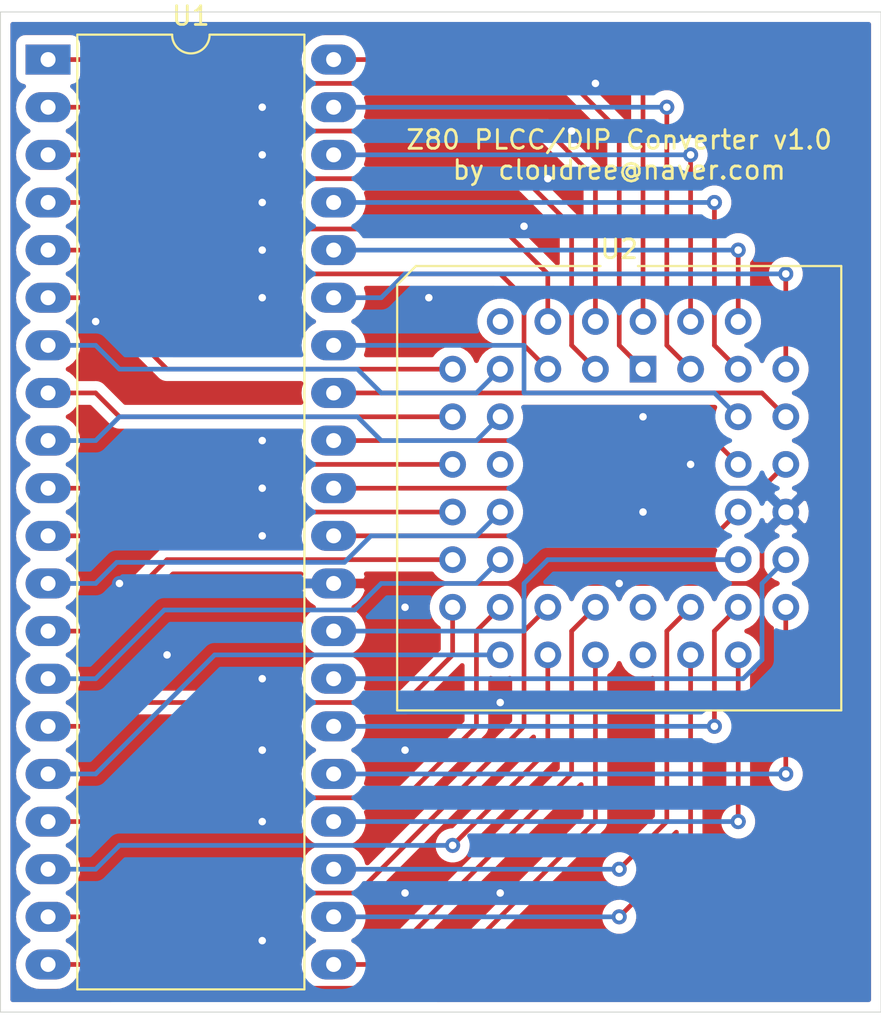
<source format=kicad_pcb>
(kicad_pcb (version 20171130) (host pcbnew "(5.1.4)-1")

  (general
    (thickness 1.6)
    (drawings 5)
    (tracks 208)
    (zones 0)
    (modules 2)
    (nets 45)
  )

  (page A4)
  (layers
    (0 F.Cu signal)
    (31 B.Cu signal)
    (32 B.Adhes user)
    (33 F.Adhes user)
    (34 B.Paste user)
    (35 F.Paste user)
    (36 B.SilkS user)
    (37 F.SilkS user)
    (38 B.Mask user)
    (39 F.Mask user)
    (40 Dwgs.User user)
    (41 Cmts.User user)
    (42 Eco1.User user)
    (43 Eco2.User user)
    (44 Edge.Cuts user)
    (45 Margin user)
    (46 B.CrtYd user)
    (47 F.CrtYd user)
    (48 B.Fab user)
    (49 F.Fab user)
  )

  (setup
    (last_trace_width 0.25)
    (trace_clearance 0.2)
    (zone_clearance 0.508)
    (zone_45_only no)
    (trace_min 0.2)
    (via_size 0.8)
    (via_drill 0.4)
    (via_min_size 0.4)
    (via_min_drill 0.3)
    (uvia_size 0.3)
    (uvia_drill 0.1)
    (uvias_allowed no)
    (uvia_min_size 0.2)
    (uvia_min_drill 0.1)
    (edge_width 0.05)
    (segment_width 0.2)
    (pcb_text_width 0.3)
    (pcb_text_size 1.5 1.5)
    (mod_edge_width 0.12)
    (mod_text_size 1 1)
    (mod_text_width 0.15)
    (pad_size 1.524 1.524)
    (pad_drill 0.762)
    (pad_to_mask_clearance 0.051)
    (solder_mask_min_width 0.25)
    (aux_axis_origin 0 0)
    (visible_elements FFFFFF7F)
    (pcbplotparams
      (layerselection 0x010fc_ffffffff)
      (usegerberextensions false)
      (usegerberattributes false)
      (usegerberadvancedattributes false)
      (creategerberjobfile false)
      (excludeedgelayer true)
      (linewidth 0.100000)
      (plotframeref false)
      (viasonmask false)
      (mode 1)
      (useauxorigin false)
      (hpglpennumber 1)
      (hpglpenspeed 20)
      (hpglpendiameter 15.000000)
      (psnegative false)
      (psa4output false)
      (plotreference true)
      (plotvalue true)
      (plotinvisibletext false)
      (padsonsilk false)
      (subtractmaskfromsilk false)
      (outputformat 1)
      (mirror false)
      (drillshape 0)
      (scaleselection 1)
      (outputdirectory "PLCC2DIP_Z80/"))
  )

  (net 0 "")
  (net 1 A11)
  (net 2 "#RD")
  (net 3 A12)
  (net 4 "#WR")
  (net 5 A13)
  (net 6 "#BUSAK")
  (net 7 A14)
  (net 8 "#WAIT")
  (net 9 A15)
  (net 10 "#BUSRQ")
  (net 11 CLK)
  (net 12 "#RESET")
  (net 13 D4)
  (net 14 "#M1")
  (net 15 D3)
  (net 16 "#RFSH")
  (net 17 D5)
  (net 18 GND)
  (net 19 D6)
  (net 20 A0)
  (net 21 +5V)
  (net 22 A1)
  (net 23 D2)
  (net 24 A2)
  (net 25 D7)
  (net 26 A3)
  (net 27 D0)
  (net 28 A4)
  (net 29 D1)
  (net 30 A5)
  (net 31 "#INT")
  (net 32 A6)
  (net 33 "#NMI")
  (net 34 A7)
  (net 35 "#HALT")
  (net 36 A8)
  (net 37 "#MREQ")
  (net 38 A9)
  (net 39 "#IRQ")
  (net 40 A10)
  (net 41 "Net-(U2-Pad6)")
  (net 42 "Net-(U2-Pad12)")
  (net 43 "Net-(U2-Pad25)")
  (net 44 "Net-(U2-Pad24)")

  (net_class Default "This is the default net class."
    (clearance 0.2)
    (trace_width 0.25)
    (via_dia 0.8)
    (via_drill 0.4)
    (uvia_dia 0.3)
    (uvia_drill 0.1)
    (add_net "#BUSAK")
    (add_net "#BUSRQ")
    (add_net "#HALT")
    (add_net "#INT")
    (add_net "#IRQ")
    (add_net "#M1")
    (add_net "#MREQ")
    (add_net "#NMI")
    (add_net "#RD")
    (add_net "#RESET")
    (add_net "#RFSH")
    (add_net "#WAIT")
    (add_net "#WR")
    (add_net +5V)
    (add_net A0)
    (add_net A1)
    (add_net A10)
    (add_net A11)
    (add_net A12)
    (add_net A13)
    (add_net A14)
    (add_net A15)
    (add_net A2)
    (add_net A3)
    (add_net A4)
    (add_net A5)
    (add_net A6)
    (add_net A7)
    (add_net A8)
    (add_net A9)
    (add_net CLK)
    (add_net D0)
    (add_net D1)
    (add_net D2)
    (add_net D3)
    (add_net D4)
    (add_net D5)
    (add_net D6)
    (add_net D7)
    (add_net GND)
    (add_net "Net-(U2-Pad12)")
    (add_net "Net-(U2-Pad24)")
    (add_net "Net-(U2-Pad25)")
    (add_net "Net-(U2-Pad6)")
  )

  (module Package_DIP:DIP-40_W15.24mm_LongPads (layer F.Cu) (tedit 5A02E8C5) (tstamp 5E3039F1)
    (at 39.37 26.67)
    (descr "40-lead though-hole mounted DIP package, row spacing 15.24 mm (600 mils), LongPads")
    (tags "THT DIP DIL PDIP 2.54mm 15.24mm 600mil LongPads")
    (path /5E31C135)
    (fp_text reference U1 (at 7.62 -2.33) (layer F.SilkS)
      (effects (font (size 1 1) (thickness 0.15)))
    )
    (fp_text value Z80CPU (at 7.62 50.59) (layer F.Fab)
      (effects (font (size 1 1) (thickness 0.15)))
    )
    (fp_arc (start 7.62 -1.33) (end 6.62 -1.33) (angle -180) (layer F.SilkS) (width 0.12))
    (fp_line (start 1.255 -1.27) (end 14.985 -1.27) (layer F.Fab) (width 0.1))
    (fp_line (start 14.985 -1.27) (end 14.985 49.53) (layer F.Fab) (width 0.1))
    (fp_line (start 14.985 49.53) (end 0.255 49.53) (layer F.Fab) (width 0.1))
    (fp_line (start 0.255 49.53) (end 0.255 -0.27) (layer F.Fab) (width 0.1))
    (fp_line (start 0.255 -0.27) (end 1.255 -1.27) (layer F.Fab) (width 0.1))
    (fp_line (start 6.62 -1.33) (end 1.56 -1.33) (layer F.SilkS) (width 0.12))
    (fp_line (start 1.56 -1.33) (end 1.56 49.59) (layer F.SilkS) (width 0.12))
    (fp_line (start 1.56 49.59) (end 13.68 49.59) (layer F.SilkS) (width 0.12))
    (fp_line (start 13.68 49.59) (end 13.68 -1.33) (layer F.SilkS) (width 0.12))
    (fp_line (start 13.68 -1.33) (end 8.62 -1.33) (layer F.SilkS) (width 0.12))
    (fp_line (start -1.5 -1.55) (end -1.5 49.8) (layer F.CrtYd) (width 0.05))
    (fp_line (start -1.5 49.8) (end 16.7 49.8) (layer F.CrtYd) (width 0.05))
    (fp_line (start 16.7 49.8) (end 16.7 -1.55) (layer F.CrtYd) (width 0.05))
    (fp_line (start 16.7 -1.55) (end -1.5 -1.55) (layer F.CrtYd) (width 0.05))
    (fp_text user %R (at 7.62 24.13) (layer F.Fab)
      (effects (font (size 1 1) (thickness 0.15)))
    )
    (pad 1 thru_hole rect (at 0 0) (size 2.4 1.6) (drill 0.8) (layers *.Cu *.Mask)
      (net 1 A11))
    (pad 21 thru_hole oval (at 15.24 48.26) (size 2.4 1.6) (drill 0.8) (layers *.Cu *.Mask)
      (net 2 "#RD"))
    (pad 2 thru_hole oval (at 0 2.54) (size 2.4 1.6) (drill 0.8) (layers *.Cu *.Mask)
      (net 3 A12))
    (pad 22 thru_hole oval (at 15.24 45.72) (size 2.4 1.6) (drill 0.8) (layers *.Cu *.Mask)
      (net 4 "#WR"))
    (pad 3 thru_hole oval (at 0 5.08) (size 2.4 1.6) (drill 0.8) (layers *.Cu *.Mask)
      (net 5 A13))
    (pad 23 thru_hole oval (at 15.24 43.18) (size 2.4 1.6) (drill 0.8) (layers *.Cu *.Mask)
      (net 6 "#BUSAK"))
    (pad 4 thru_hole oval (at 0 7.62) (size 2.4 1.6) (drill 0.8) (layers *.Cu *.Mask)
      (net 7 A14))
    (pad 24 thru_hole oval (at 15.24 40.64) (size 2.4 1.6) (drill 0.8) (layers *.Cu *.Mask)
      (net 8 "#WAIT"))
    (pad 5 thru_hole oval (at 0 10.16) (size 2.4 1.6) (drill 0.8) (layers *.Cu *.Mask)
      (net 9 A15))
    (pad 25 thru_hole oval (at 15.24 38.1) (size 2.4 1.6) (drill 0.8) (layers *.Cu *.Mask)
      (net 10 "#BUSRQ"))
    (pad 6 thru_hole oval (at 0 12.7) (size 2.4 1.6) (drill 0.8) (layers *.Cu *.Mask)
      (net 11 CLK))
    (pad 26 thru_hole oval (at 15.24 35.56) (size 2.4 1.6) (drill 0.8) (layers *.Cu *.Mask)
      (net 12 "#RESET"))
    (pad 7 thru_hole oval (at 0 15.24) (size 2.4 1.6) (drill 0.8) (layers *.Cu *.Mask)
      (net 13 D4))
    (pad 27 thru_hole oval (at 15.24 33.02) (size 2.4 1.6) (drill 0.8) (layers *.Cu *.Mask)
      (net 14 "#M1"))
    (pad 8 thru_hole oval (at 0 17.78) (size 2.4 1.6) (drill 0.8) (layers *.Cu *.Mask)
      (net 15 D3))
    (pad 28 thru_hole oval (at 15.24 30.48) (size 2.4 1.6) (drill 0.8) (layers *.Cu *.Mask)
      (net 16 "#RFSH"))
    (pad 9 thru_hole oval (at 0 20.32) (size 2.4 1.6) (drill 0.8) (layers *.Cu *.Mask)
      (net 17 D5))
    (pad 29 thru_hole oval (at 15.24 27.94) (size 2.4 1.6) (drill 0.8) (layers *.Cu *.Mask)
      (net 18 GND))
    (pad 10 thru_hole oval (at 0 22.86) (size 2.4 1.6) (drill 0.8) (layers *.Cu *.Mask)
      (net 19 D6))
    (pad 30 thru_hole oval (at 15.24 25.4) (size 2.4 1.6) (drill 0.8) (layers *.Cu *.Mask)
      (net 20 A0))
    (pad 11 thru_hole oval (at 0 25.4) (size 2.4 1.6) (drill 0.8) (layers *.Cu *.Mask)
      (net 21 +5V))
    (pad 31 thru_hole oval (at 15.24 22.86) (size 2.4 1.6) (drill 0.8) (layers *.Cu *.Mask)
      (net 22 A1))
    (pad 12 thru_hole oval (at 0 27.94) (size 2.4 1.6) (drill 0.8) (layers *.Cu *.Mask)
      (net 23 D2))
    (pad 32 thru_hole oval (at 15.24 20.32) (size 2.4 1.6) (drill 0.8) (layers *.Cu *.Mask)
      (net 24 A2))
    (pad 13 thru_hole oval (at 0 30.48) (size 2.4 1.6) (drill 0.8) (layers *.Cu *.Mask)
      (net 25 D7))
    (pad 33 thru_hole oval (at 15.24 17.78) (size 2.4 1.6) (drill 0.8) (layers *.Cu *.Mask)
      (net 26 A3))
    (pad 14 thru_hole oval (at 0 33.02) (size 2.4 1.6) (drill 0.8) (layers *.Cu *.Mask)
      (net 27 D0))
    (pad 34 thru_hole oval (at 15.24 15.24) (size 2.4 1.6) (drill 0.8) (layers *.Cu *.Mask)
      (net 28 A4))
    (pad 15 thru_hole oval (at 0 35.56) (size 2.4 1.6) (drill 0.8) (layers *.Cu *.Mask)
      (net 29 D1))
    (pad 35 thru_hole oval (at 15.24 12.7) (size 2.4 1.6) (drill 0.8) (layers *.Cu *.Mask)
      (net 30 A5))
    (pad 16 thru_hole oval (at 0 38.1) (size 2.4 1.6) (drill 0.8) (layers *.Cu *.Mask)
      (net 31 "#INT"))
    (pad 36 thru_hole oval (at 15.24 10.16) (size 2.4 1.6) (drill 0.8) (layers *.Cu *.Mask)
      (net 32 A6))
    (pad 17 thru_hole oval (at 0 40.64) (size 2.4 1.6) (drill 0.8) (layers *.Cu *.Mask)
      (net 33 "#NMI"))
    (pad 37 thru_hole oval (at 15.24 7.62) (size 2.4 1.6) (drill 0.8) (layers *.Cu *.Mask)
      (net 34 A7))
    (pad 18 thru_hole oval (at 0 43.18) (size 2.4 1.6) (drill 0.8) (layers *.Cu *.Mask)
      (net 35 "#HALT"))
    (pad 38 thru_hole oval (at 15.24 5.08) (size 2.4 1.6) (drill 0.8) (layers *.Cu *.Mask)
      (net 36 A8))
    (pad 19 thru_hole oval (at 0 45.72) (size 2.4 1.6) (drill 0.8) (layers *.Cu *.Mask)
      (net 37 "#MREQ"))
    (pad 39 thru_hole oval (at 15.24 2.54) (size 2.4 1.6) (drill 0.8) (layers *.Cu *.Mask)
      (net 38 A9))
    (pad 20 thru_hole oval (at 0 48.26) (size 2.4 1.6) (drill 0.8) (layers *.Cu *.Mask)
      (net 39 "#IRQ"))
    (pad 40 thru_hole oval (at 15.24 0) (size 2.4 1.6) (drill 0.8) (layers *.Cu *.Mask)
      (net 40 A10))
    (model ${KISYS3DMOD}/Package_DIP.3dshapes/DIP-40_W15.24mm.wrl
      (at (xyz 0 0 0))
      (scale (xyz 1 1 1))
      (rotate (xyz 0 0 0))
    )
  )

  (module Package_LCC:PLCC-44_THT-Socket (layer F.Cu) (tedit 5A02ECC8) (tstamp 5E303C4E)
    (at 71.12 43.18)
    (descr "PLCC, 44 pins, through hole")
    (tags "plcc leaded")
    (path /5E324953)
    (fp_text reference U2 (at -1.27 -6.4) (layer F.SilkS)
      (effects (font (size 1 1) (thickness 0.15)))
    )
    (fp_text value Z80CPU_PLCC44 (at -1.27 19.1) (layer F.Fab)
      (effects (font (size 1 1) (thickness 0.15)))
    )
    (fp_line (start -12.02 -5.4) (end -13.02 -4.4) (layer F.Fab) (width 0.1))
    (fp_line (start -13.02 -4.4) (end -13.02 18.1) (layer F.Fab) (width 0.1))
    (fp_line (start -13.02 18.1) (end 10.48 18.1) (layer F.Fab) (width 0.1))
    (fp_line (start 10.48 18.1) (end 10.48 -5.4) (layer F.Fab) (width 0.1))
    (fp_line (start 10.48 -5.4) (end -12.02 -5.4) (layer F.Fab) (width 0.1))
    (fp_line (start -13.52 -5.9) (end -13.52 18.6) (layer F.CrtYd) (width 0.05))
    (fp_line (start -13.52 18.6) (end 10.98 18.6) (layer F.CrtYd) (width 0.05))
    (fp_line (start 10.98 18.6) (end 10.98 -5.9) (layer F.CrtYd) (width 0.05))
    (fp_line (start 10.98 -5.9) (end -13.52 -5.9) (layer F.CrtYd) (width 0.05))
    (fp_line (start -10.48 -2.86) (end -10.48 15.56) (layer F.Fab) (width 0.1))
    (fp_line (start -10.48 15.56) (end 7.94 15.56) (layer F.Fab) (width 0.1))
    (fp_line (start 7.94 15.56) (end 7.94 -2.86) (layer F.Fab) (width 0.1))
    (fp_line (start 7.94 -2.86) (end -10.48 -2.86) (layer F.Fab) (width 0.1))
    (fp_line (start -1.77 -5.4) (end -1.27 -4.4) (layer F.Fab) (width 0.1))
    (fp_line (start -1.27 -4.4) (end -0.77 -5.4) (layer F.Fab) (width 0.1))
    (fp_line (start -2.27 -5.5) (end -12.12 -5.5) (layer F.SilkS) (width 0.12))
    (fp_line (start -12.12 -5.5) (end -13.12 -4.5) (layer F.SilkS) (width 0.12))
    (fp_line (start -13.12 -4.5) (end -13.12 18.2) (layer F.SilkS) (width 0.12))
    (fp_line (start -13.12 18.2) (end 10.58 18.2) (layer F.SilkS) (width 0.12))
    (fp_line (start 10.58 18.2) (end 10.58 -5.5) (layer F.SilkS) (width 0.12))
    (fp_line (start 10.58 -5.5) (end -0.27 -5.5) (layer F.SilkS) (width 0.12))
    (fp_text user %R (at -1.27 6.35) (layer F.Fab)
      (effects (font (size 1 1) (thickness 0.15)))
    )
    (pad 1 thru_hole rect (at 0 0) (size 1.4224 1.4224) (drill 0.8) (layers *.Cu *.Mask)
      (net 1 A11))
    (pad 3 thru_hole circle (at -2.54 0) (size 1.4224 1.4224) (drill 0.8) (layers *.Cu *.Mask)
      (net 5 A13))
    (pad 5 thru_hole circle (at -5.08 0) (size 1.4224 1.4224) (drill 0.8) (layers *.Cu *.Mask)
      (net 9 A15))
    (pad 43 thru_hole circle (at 2.54 0) (size 1.4224 1.4224) (drill 0.8) (layers *.Cu *.Mask)
      (net 38 A9))
    (pad 41 thru_hole circle (at 5.08 0) (size 1.4224 1.4224) (drill 0.8) (layers *.Cu *.Mask)
      (net 34 A7))
    (pad 2 thru_hole circle (at -2.54 -2.54) (size 1.4224 1.4224) (drill 0.8) (layers *.Cu *.Mask)
      (net 3 A12))
    (pad 4 thru_hole circle (at -5.08 -2.54) (size 1.4224 1.4224) (drill 0.8) (layers *.Cu *.Mask)
      (net 7 A14))
    (pad 6 thru_hole circle (at -7.62 -2.54) (size 1.4224 1.4224) (drill 0.8) (layers *.Cu *.Mask)
      (net 41 "Net-(U2-Pad6)"))
    (pad 44 thru_hole circle (at 0 -2.54) (size 1.4224 1.4224) (drill 0.8) (layers *.Cu *.Mask)
      (net 40 A10))
    (pad 42 thru_hole circle (at 2.54 -2.54) (size 1.4224 1.4224) (drill 0.8) (layers *.Cu *.Mask)
      (net 36 A8))
    (pad 8 thru_hole circle (at -7.62 0) (size 1.4224 1.4224) (drill 0.8) (layers *.Cu *.Mask)
      (net 13 D4))
    (pad 10 thru_hole circle (at -7.62 2.54) (size 1.4224 1.4224) (drill 0.8) (layers *.Cu *.Mask)
      (net 17 D5))
    (pad 12 thru_hole circle (at -7.62 5.08) (size 1.4224 1.4224) (drill 0.8) (layers *.Cu *.Mask)
      (net 42 "Net-(U2-Pad12)"))
    (pad 14 thru_hole circle (at -7.62 7.62) (size 1.4224 1.4224) (drill 0.8) (layers *.Cu *.Mask)
      (net 23 D2))
    (pad 16 thru_hole circle (at -7.62 10.16) (size 1.4224 1.4224) (drill 0.8) (layers *.Cu *.Mask)
      (net 27 D0))
    (pad 7 thru_hole circle (at -10.16 0) (size 1.4224 1.4224) (drill 0.8) (layers *.Cu *.Mask)
      (net 11 CLK))
    (pad 9 thru_hole circle (at -10.16 2.54) (size 1.4224 1.4224) (drill 0.8) (layers *.Cu *.Mask)
      (net 15 D3))
    (pad 11 thru_hole circle (at -10.16 5.08) (size 1.4224 1.4224) (drill 0.8) (layers *.Cu *.Mask)
      (net 19 D6))
    (pad 13 thru_hole circle (at -10.16 7.62) (size 1.4224 1.4224) (drill 0.8) (layers *.Cu *.Mask)
      (net 21 +5V))
    (pad 15 thru_hole circle (at -10.16 10.16) (size 1.4224 1.4224) (drill 0.8) (layers *.Cu *.Mask)
      (net 25 D7))
    (pad 17 thru_hole circle (at -10.16 12.7) (size 1.4224 1.4224) (drill 0.8) (layers *.Cu *.Mask)
      (net 29 D1))
    (pad 19 thru_hole circle (at -7.62 12.7) (size 1.4224 1.4224) (drill 0.8) (layers *.Cu *.Mask)
      (net 33 "#NMI"))
    (pad 21 thru_hole circle (at -5.08 12.7) (size 1.4224 1.4224) (drill 0.8) (layers *.Cu *.Mask)
      (net 37 "#MREQ"))
    (pad 23 thru_hole circle (at -2.54 12.7) (size 1.4224 1.4224) (drill 0.8) (layers *.Cu *.Mask)
      (net 2 "#RD"))
    (pad 25 thru_hole circle (at 0 12.7) (size 1.4224 1.4224) (drill 0.8) (layers *.Cu *.Mask)
      (net 43 "Net-(U2-Pad25)"))
    (pad 27 thru_hole circle (at 2.54 12.7) (size 1.4224 1.4224) (drill 0.8) (layers *.Cu *.Mask)
      (net 6 "#BUSAK"))
    (pad 29 thru_hole circle (at 7.62 12.7) (size 1.4224 1.4224) (drill 0.8) (layers *.Cu *.Mask)
      (net 10 "#BUSRQ"))
    (pad 18 thru_hole circle (at -7.62 15.24) (size 1.4224 1.4224) (drill 0.8) (layers *.Cu *.Mask)
      (net 31 "#INT"))
    (pad 20 thru_hole circle (at -5.08 15.24) (size 1.4224 1.4224) (drill 0.8) (layers *.Cu *.Mask)
      (net 35 "#HALT"))
    (pad 22 thru_hole circle (at -2.54 15.24) (size 1.4224 1.4224) (drill 0.8) (layers *.Cu *.Mask)
      (net 39 "#IRQ"))
    (pad 24 thru_hole circle (at 0 15.24) (size 1.4224 1.4224) (drill 0.8) (layers *.Cu *.Mask)
      (net 44 "Net-(U2-Pad24)"))
    (pad 26 thru_hole circle (at 2.54 15.24) (size 1.4224 1.4224) (drill 0.8) (layers *.Cu *.Mask)
      (net 4 "#WR"))
    (pad 28 thru_hole circle (at 5.08 15.24) (size 1.4224 1.4224) (drill 0.8) (layers *.Cu *.Mask)
      (net 8 "#WAIT"))
    (pad 30 thru_hole circle (at 5.08 12.7) (size 1.4224 1.4224) (drill 0.8) (layers *.Cu *.Mask)
      (net 12 "#RESET"))
    (pad 32 thru_hole circle (at 5.08 10.16) (size 1.4224 1.4224) (drill 0.8) (layers *.Cu *.Mask)
      (net 16 "#RFSH"))
    (pad 34 thru_hole circle (at 5.08 7.62) (size 1.4224 1.4224) (drill 0.8) (layers *.Cu *.Mask)
      (net 20 A0))
    (pad 36 thru_hole circle (at 5.08 5.08) (size 1.4224 1.4224) (drill 0.8) (layers *.Cu *.Mask)
      (net 24 A2))
    (pad 38 thru_hole circle (at 5.08 2.54) (size 1.4224 1.4224) (drill 0.8) (layers *.Cu *.Mask)
      (net 28 A4))
    (pad 40 thru_hole circle (at 5.08 -2.54) (size 1.4224 1.4224) (drill 0.8) (layers *.Cu *.Mask)
      (net 32 A6))
    (pad 31 thru_hole circle (at 7.62 10.16) (size 1.4224 1.4224) (drill 0.8) (layers *.Cu *.Mask)
      (net 14 "#M1"))
    (pad 33 thru_hole circle (at 7.62 7.62) (size 1.4224 1.4224) (drill 0.8) (layers *.Cu *.Mask)
      (net 18 GND))
    (pad 35 thru_hole circle (at 7.62 5.08) (size 1.4224 1.4224) (drill 0.8) (layers *.Cu *.Mask)
      (net 22 A1))
    (pad 37 thru_hole circle (at 7.62 2.54) (size 1.4224 1.4224) (drill 0.8) (layers *.Cu *.Mask)
      (net 26 A3))
    (pad 39 thru_hole circle (at 7.62 0) (size 1.4224 1.4224) (drill 0.8) (layers *.Cu *.Mask)
      (net 30 A5))
    (model ${KISYS3DMOD}/Package_LCC.3dshapes/PLCC-44_THT-Socket.wrl
      (at (xyz 0 0 0))
      (scale (xyz 1 1 1))
      (rotate (xyz 0 0 0))
    )
  )

  (gr_text "Z80 PLCC/DIP Converter v1.0\nby cloudree@naver.com" (at 69.85 31.75) (layer F.SilkS)
    (effects (font (size 1 1) (thickness 0.15)))
  )
  (gr_line (start 36.83 77.47) (end 36.83 24.13) (layer Edge.Cuts) (width 0.05) (tstamp 5E303D95))
  (gr_line (start 83.82 77.47) (end 36.83 77.47) (layer Edge.Cuts) (width 0.05))
  (gr_line (start 83.82 24.13) (end 83.82 77.47) (layer Edge.Cuts) (width 0.05))
  (gr_line (start 36.83 24.13) (end 83.82 24.13) (layer Edge.Cuts) (width 0.05))

  (segment (start 71.12 43.18) (end 69.85 41.91) (width 0.25) (layer F.Cu) (net 1))
  (segment (start 43.18 27.94) (end 41.91 26.67) (width 0.25) (layer F.Cu) (net 1))
  (segment (start 41.91 26.67) (end 39.37 26.67) (width 0.25) (layer F.Cu) (net 1))
  (segment (start 67.31 27.94) (end 69.85 30.48) (width 0.25) (layer F.Cu) (net 1))
  (segment (start 69.85 41.91) (end 69.85 30.48) (width 0.25) (layer F.Cu) (net 1))
  (segment (start 67.31 27.94) (end 43.18 27.94) (width 0.25) (layer F.Cu) (net 1))
  (segment (start 57.15 74.93) (end 54.61 74.93) (width 0.25) (layer F.Cu) (net 2))
  (segment (start 67.31 64.77) (end 57.15 74.93) (width 0.25) (layer F.Cu) (net 2))
  (segment (start 68.58 55.88) (end 67.31 57.15) (width 0.25) (layer F.Cu) (net 2))
  (segment (start 67.31 57.15) (end 67.31 64.77) (width 0.25) (layer F.Cu) (net 2))
  (segment (start 41.91 29.21) (end 39.37 29.21) (width 0.25) (layer F.Cu) (net 3))
  (segment (start 43.18 30.48) (end 41.91 29.21) (width 0.25) (layer F.Cu) (net 3))
  (segment (start 66.04 30.48) (end 68.58 33.02) (width 0.25) (layer F.Cu) (net 3))
  (segment (start 66.04 30.48) (end 43.18 30.48) (width 0.25) (layer F.Cu) (net 3))
  (segment (start 68.58 33.02) (end 68.58 40.64) (width 0.25) (layer F.Cu) (net 3))
  (segment (start 73.66 58.42) (end 73.66 68.58) (width 0.25) (layer F.Cu) (net 4))
  (via (at 69.85 72.39) (size 0.8) (drill 0.4) (layers F.Cu B.Cu) (net 4))
  (segment (start 73.66 68.58) (end 69.85 72.39) (width 0.25) (layer F.Cu) (net 4))
  (segment (start 69.85 72.39) (end 54.61 72.39) (width 0.25) (layer B.Cu) (net 4))
  (segment (start 68.58 43.18) (end 67.31 41.91) (width 0.25) (layer F.Cu) (net 5))
  (segment (start 41.91 31.75) (end 39.37 31.75) (width 0.25) (layer F.Cu) (net 5))
  (segment (start 43.18 33.02) (end 41.91 31.75) (width 0.25) (layer F.Cu) (net 5))
  (segment (start 64.77 33.02) (end 67.31 35.56) (width 0.25) (layer F.Cu) (net 5))
  (segment (start 67.31 41.91) (end 67.31 35.56) (width 0.25) (layer F.Cu) (net 5))
  (segment (start 64.77 33.02) (end 43.18 33.02) (width 0.25) (layer F.Cu) (net 5))
  (segment (start 73.66 55.88) (end 72.39 57.15) (width 0.25) (layer F.Cu) (net 6))
  (segment (start 72.39 57.15) (end 72.39 64.77) (width 0.25) (layer F.Cu) (net 6))
  (segment (start 72.39 64.77) (end 72.39 67.31) (width 0.25) (layer F.Cu) (net 6))
  (segment (start 72.39 67.31) (end 69.85 69.85) (width 0.25) (layer F.Cu) (net 6))
  (via (at 69.85 69.85) (size 0.8) (drill 0.4) (layers F.Cu B.Cu) (net 6))
  (segment (start 69.85 69.85) (end 54.61 69.85) (width 0.25) (layer B.Cu) (net 6))
  (segment (start 43.32499 35.70499) (end 41.91 34.29) (width 0.25) (layer F.Cu) (net 7))
  (segment (start 41.91 34.29) (end 39.37 34.29) (width 0.25) (layer F.Cu) (net 7))
  (segment (start 63.64499 35.70499) (end 66.04 38.1) (width 0.25) (layer F.Cu) (net 7))
  (segment (start 63.64499 35.70499) (end 43.32499 35.70499) (width 0.25) (layer F.Cu) (net 7))
  (segment (start 66.04 38.1) (end 66.04 40.64) (width 0.25) (layer F.Cu) (net 7))
  (segment (start 76.2 58.42) (end 76.2 67.31) (width 0.25) (layer F.Cu) (net 8))
  (via (at 76.2 67.31) (size 0.8) (drill 0.4) (layers F.Cu B.Cu) (net 8))
  (via (at 76.2 67.31) (size 0.8) (drill 0.4) (layers F.Cu B.Cu) (net 8))
  (segment (start 76.2 67.31) (end 54.61 67.31) (width 0.25) (layer B.Cu) (net 8))
  (segment (start 41.91 36.83) (end 39.37 36.83) (width 0.25) (layer F.Cu) (net 9))
  (segment (start 43.18 38.1) (end 41.91 36.83) (width 0.25) (layer F.Cu) (net 9))
  (segment (start 63.5 38.1) (end 43.18 38.1) (width 0.25) (layer F.Cu) (net 9))
  (segment (start 64.77 39.37) (end 63.5 38.1) (width 0.25) (layer F.Cu) (net 9))
  (segment (start 66.04 43.18) (end 64.77 41.91) (width 0.25) (layer F.Cu) (net 9))
  (segment (start 64.77 41.91) (end 64.77 39.37) (width 0.25) (layer F.Cu) (net 9))
  (segment (start 54.61 64.77) (end 78.74 64.77) (width 0.25) (layer B.Cu) (net 10))
  (via (at 78.74 64.77) (size 0.8) (drill 0.4) (layers F.Cu B.Cu) (net 10))
  (segment (start 78.74 64.77) (end 78.74 55.88) (width 0.25) (layer F.Cu) (net 10))
  (segment (start 60.96 43.18) (end 45.72 43.18) (width 0.25) (layer F.Cu) (net 11))
  (segment (start 41.91 39.37) (end 39.37 39.37) (width 0.25) (layer F.Cu) (net 11))
  (segment (start 45.72 43.18) (end 41.91 39.37) (width 0.25) (layer F.Cu) (net 11))
  (segment (start 76.2 55.88) (end 74.93 57.15) (width 0.25) (layer F.Cu) (net 12))
  (via (at 74.93 62.23) (size 0.8) (drill 0.4) (layers F.Cu B.Cu) (net 12))
  (segment (start 74.93 57.15) (end 74.93 62.23) (width 0.25) (layer F.Cu) (net 12))
  (segment (start 74.93 62.23) (end 54.61 62.23) (width 0.25) (layer B.Cu) (net 12))
  (segment (start 63.5 43.18) (end 62.23 44.45) (width 0.25) (layer B.Cu) (net 13))
  (segment (start 62.23 44.45) (end 57.15 44.45) (width 0.25) (layer B.Cu) (net 13))
  (segment (start 57.15 44.45) (end 55.88 43.18) (width 0.25) (layer B.Cu) (net 13))
  (segment (start 55.88 43.18) (end 43.18 43.18) (width 0.25) (layer B.Cu) (net 13))
  (segment (start 41.91 41.91) (end 39.37 41.91) (width 0.25) (layer B.Cu) (net 13))
  (segment (start 43.18 43.18) (end 41.91 41.91) (width 0.25) (layer B.Cu) (net 13))
  (segment (start 54.61 59.69) (end 76.463578 59.69) (width 0.25) (layer B.Cu) (net 14))
  (segment (start 76.463578 59.69) (end 77.47 58.683578) (width 0.25) (layer B.Cu) (net 14))
  (segment (start 77.47 54.61) (end 78.74 53.34) (width 0.25) (layer B.Cu) (net 14))
  (segment (start 77.47 58.683578) (end 77.47 54.61) (width 0.25) (layer B.Cu) (net 14))
  (segment (start 60.96 45.72) (end 43.18 45.72) (width 0.25) (layer F.Cu) (net 15))
  (segment (start 41.91 44.45) (end 39.37 44.45) (width 0.25) (layer F.Cu) (net 15))
  (segment (start 43.18 45.72) (end 41.91 44.45) (width 0.25) (layer F.Cu) (net 15))
  (segment (start 76.2 53.34) (end 66.04 53.34) (width 0.25) (layer B.Cu) (net 16))
  (segment (start 66.04 53.34) (end 64.77 54.61) (width 0.25) (layer B.Cu) (net 16))
  (segment (start 64.77 54.61) (end 64.77 57.15) (width 0.25) (layer B.Cu) (net 16))
  (segment (start 64.77 57.15) (end 54.61 57.15) (width 0.25) (layer B.Cu) (net 16))
  (segment (start 63.5 45.72) (end 62.23 46.99) (width 0.25) (layer B.Cu) (net 17))
  (segment (start 62.23 46.99) (end 57.15 46.99) (width 0.25) (layer B.Cu) (net 17))
  (segment (start 57.15 46.99) (end 55.88 45.72) (width 0.25) (layer B.Cu) (net 17))
  (segment (start 55.88 45.72) (end 43.18 45.72) (width 0.25) (layer B.Cu) (net 17))
  (segment (start 43.18 45.72) (end 41.91 46.99) (width 0.25) (layer B.Cu) (net 17))
  (segment (start 41.91 46.99) (end 39.37 46.99) (width 0.25) (layer B.Cu) (net 17))
  (segment (start 63.5 54.61) (end 69.85 54.61) (width 0.25) (layer F.Cu) (net 18))
  (segment (start 54.61 54.61) (end 63.5 54.61) (width 0.25) (layer F.Cu) (net 18))
  (segment (start 63.5 54.61) (end 63.763578 54.61) (width 0.25) (layer F.Cu) (net 18))
  (segment (start 77.47 54.61) (end 77.47 52.07) (width 0.25) (layer F.Cu) (net 18))
  (segment (start 77.47 52.07) (end 78.74 50.8) (width 0.25) (layer F.Cu) (net 18))
  (via (at 45.72 58.42) (size 0.8) (drill 0.4) (layers F.Cu B.Cu) (net 18))
  (segment (start 69.85 54.61) (end 77.47 54.61) (width 0.25) (layer F.Cu) (net 18) (tstamp 5E303E97))
  (via (at 69.85 54.61) (size 0.8) (drill 0.4) (layers F.Cu B.Cu) (net 18))
  (via (at 50.8 59.69) (size 0.8) (drill 0.4) (layers F.Cu B.Cu) (net 18))
  (via (at 58.42 55.88) (size 0.8) (drill 0.4) (layers F.Cu B.Cu) (net 18))
  (segment (start 78.74 50.8) (end 77.47 49.53) (width 0.25) (layer B.Cu) (net 18))
  (segment (start 77.47 49.53) (end 74.93 49.53) (width 0.25) (layer B.Cu) (net 18))
  (segment (start 74.93 49.53) (end 73.66 48.26) (width 0.25) (layer B.Cu) (net 18))
  (segment (start 73.66 48.26) (end 71.12 50.8) (width 0.25) (layer B.Cu) (net 18))
  (segment (start 73.66 48.26) (end 73.66 48.26) (width 0.25) (layer B.Cu) (net 18) (tstamp 5E303E9F))
  (via (at 73.66 48.26) (size 0.8) (drill 0.4) (layers F.Cu B.Cu) (net 18))
  (segment (start 71.12 50.8) (end 71.12 50.8) (width 0.25) (layer B.Cu) (net 18) (tstamp 5E303EA1))
  (via (at 71.12 50.8) (size 0.8) (drill 0.4) (layers F.Cu B.Cu) (net 18))
  (via (at 43.18 54.61) (size 0.8) (drill 0.4) (layers F.Cu B.Cu) (net 18))
  (via (at 50.8 52.07) (size 0.8) (drill 0.4) (layers F.Cu B.Cu) (net 18))
  (via (at 50.8 49.53) (size 0.8) (drill 0.4) (layers F.Cu B.Cu) (net 18))
  (via (at 50.8 46.99) (size 0.8) (drill 0.4) (layers F.Cu B.Cu) (net 18))
  (via (at 41.91 40.64) (size 0.8) (drill 0.4) (layers F.Cu B.Cu) (net 18))
  (via (at 50.8 39.37) (size 0.8) (drill 0.4) (layers F.Cu B.Cu) (net 18))
  (via (at 50.8 36.83) (size 0.8) (drill 0.4) (layers F.Cu B.Cu) (net 18))
  (via (at 50.8 34.29) (size 0.8) (drill 0.4) (layers F.Cu B.Cu) (net 18))
  (via (at 50.8 31.75) (size 0.8) (drill 0.4) (layers F.Cu B.Cu) (net 18))
  (via (at 50.8 29.21) (size 0.8) (drill 0.4) (layers F.Cu B.Cu) (net 18))
  (via (at 66.04 33.02) (size 0.8) (drill 0.4) (layers F.Cu B.Cu) (net 18))
  (via (at 67.31 30.48) (size 0.8) (drill 0.4) (layers F.Cu B.Cu) (net 18))
  (via (at 64.77 35.56) (size 0.8) (drill 0.4) (layers F.Cu B.Cu) (net 18))
  (via (at 59.69 39.37) (size 0.8) (drill 0.4) (layers F.Cu B.Cu) (net 18))
  (via (at 50.8 63.5) (size 0.8) (drill 0.4) (layers F.Cu B.Cu) (net 18))
  (via (at 50.8 63.5) (size 0.8) (drill 0.4) (layers F.Cu B.Cu) (net 18))
  (via (at 50.8 67.31) (size 0.8) (drill 0.4) (layers F.Cu B.Cu) (net 18))
  (via (at 50.8 73.66) (size 0.8) (drill 0.4) (layers F.Cu B.Cu) (net 18))
  (via (at 58.42 63.5) (size 0.8) (drill 0.4) (layers F.Cu B.Cu) (net 18))
  (via (at 58.42 71.12) (size 0.8) (drill 0.4) (layers F.Cu B.Cu) (net 18))
  (via (at 63.5 60.96) (size 0.8) (drill 0.4) (layers F.Cu B.Cu) (net 18))
  (via (at 68.58 27.94) (size 0.8) (drill 0.4) (layers F.Cu B.Cu) (net 18))
  (via (at 71.12 45.72) (size 0.8) (drill 0.4) (layers F.Cu B.Cu) (net 18))
  (via (at 63.5 71.12) (size 0.8) (drill 0.4) (layers F.Cu B.Cu) (net 18))
  (segment (start 60.96 48.26) (end 43.18 48.26) (width 0.25) (layer F.Cu) (net 19))
  (segment (start 41.91 49.53) (end 39.37 49.53) (width 0.25) (layer F.Cu) (net 19))
  (segment (start 43.18 48.26) (end 41.91 49.53) (width 0.25) (layer F.Cu) (net 19))
  (segment (start 74.93 52.07) (end 76.2 50.8) (width 0.25) (layer F.Cu) (net 20))
  (segment (start 54.61 52.07) (end 74.93 52.07) (width 0.25) (layer F.Cu) (net 20))
  (segment (start 60.96 50.8) (end 43.18 50.8) (width 0.25) (layer F.Cu) (net 21))
  (segment (start 41.91 52.07) (end 39.37 52.07) (width 0.25) (layer F.Cu) (net 21))
  (segment (start 43.18 50.8) (end 41.91 52.07) (width 0.25) (layer F.Cu) (net 21))
  (segment (start 77.47 49.53) (end 78.74 48.26) (width 0.25) (layer F.Cu) (net 22))
  (segment (start 54.61 49.53) (end 77.47 49.53) (width 0.25) (layer F.Cu) (net 22))
  (segment (start 55.186014 53.48499) (end 43.03501 53.48499) (width 0.25) (layer B.Cu) (net 23))
  (segment (start 56.601004 52.07) (end 55.186014 53.48499) (width 0.25) (layer B.Cu) (net 23))
  (segment (start 63.5 50.8) (end 62.23 52.07) (width 0.25) (layer B.Cu) (net 23))
  (segment (start 62.23 52.07) (end 56.601004 52.07) (width 0.25) (layer B.Cu) (net 23))
  (segment (start 41.91 54.61) (end 39.37 54.61) (width 0.25) (layer B.Cu) (net 23))
  (segment (start 43.03501 53.48499) (end 41.91 54.61) (width 0.25) (layer B.Cu) (net 23))
  (segment (start 74.93 46.99) (end 76.2 48.26) (width 0.25) (layer F.Cu) (net 24))
  (segment (start 54.61 46.99) (end 74.93 46.99) (width 0.25) (layer F.Cu) (net 24))
  (segment (start 60.96 53.34) (end 45.72 53.34) (width 0.25) (layer F.Cu) (net 25))
  (segment (start 41.91 57.15) (end 39.37 57.15) (width 0.25) (layer F.Cu) (net 25))
  (segment (start 45.72 53.34) (end 41.91 57.15) (width 0.25) (layer F.Cu) (net 25))
  (segment (start 77.47 44.45) (end 78.74 45.72) (width 0.25) (layer F.Cu) (net 26))
  (segment (start 54.61 44.45) (end 77.47 44.45) (width 0.25) (layer F.Cu) (net 26))
  (segment (start 63.5 53.34) (end 62.23 54.61) (width 0.25) (layer B.Cu) (net 27))
  (segment (start 62.23 54.61) (end 57.15 54.61) (width 0.25) (layer B.Cu) (net 27))
  (segment (start 55.73501 56.02499) (end 45.57501 56.02499) (width 0.25) (layer B.Cu) (net 27))
  (segment (start 57.15 54.61) (end 55.73501 56.02499) (width 0.25) (layer B.Cu) (net 27))
  (segment (start 41.91 59.69) (end 39.37 59.69) (width 0.25) (layer B.Cu) (net 27))
  (segment (start 45.57501 56.02499) (end 41.91 59.69) (width 0.25) (layer B.Cu) (net 27))
  (segment (start 54.61 41.91) (end 64.77 41.91) (width 0.25) (layer B.Cu) (net 28))
  (segment (start 64.77 41.91) (end 64.77 44.45) (width 0.25) (layer B.Cu) (net 28))
  (segment (start 76.2 45.72) (end 74.93 44.45) (width 0.25) (layer B.Cu) (net 28))
  (segment (start 74.93 44.45) (end 64.77 44.45) (width 0.25) (layer B.Cu) (net 28))
  (segment (start 60.96 58.42) (end 60.96 55.88) (width 0.25) (layer F.Cu) (net 29))
  (segment (start 58.42 60.96) (end 60.96 58.42) (width 0.25) (layer F.Cu) (net 29))
  (segment (start 43.18 60.96) (end 58.42 60.96) (width 0.25) (layer F.Cu) (net 29))
  (segment (start 39.37 62.23) (end 41.91 62.23) (width 0.25) (layer F.Cu) (net 29))
  (segment (start 41.91 62.23) (end 43.18 60.96) (width 0.25) (layer F.Cu) (net 29))
  (segment (start 78.74 43.18) (end 78.74 38.1) (width 0.25) (layer F.Cu) (net 30))
  (via (at 78.74 38.1) (size 0.8) (drill 0.4) (layers F.Cu B.Cu) (net 30))
  (segment (start 78.74 38.1) (end 58.42 38.1) (width 0.25) (layer B.Cu) (net 30))
  (segment (start 58.42 38.1) (end 57.15 39.37) (width 0.25) (layer B.Cu) (net 30))
  (segment (start 57.15 39.37) (end 54.61 39.37) (width 0.25) (layer B.Cu) (net 30))
  (segment (start 63.5 58.42) (end 48.26 58.42) (width 0.25) (layer B.Cu) (net 31))
  (segment (start 41.91 64.77) (end 39.37 64.77) (width 0.25) (layer B.Cu) (net 31))
  (segment (start 48.26 58.42) (end 41.91 64.77) (width 0.25) (layer B.Cu) (net 31))
  (segment (start 76.2 40.64) (end 76.2 36.83) (width 0.25) (layer F.Cu) (net 32))
  (via (at 76.2 36.83) (size 0.8) (drill 0.4) (layers F.Cu B.Cu) (net 32))
  (segment (start 76.2 36.83) (end 54.61 36.83) (width 0.25) (layer B.Cu) (net 32))
  (segment (start 41.91 67.31) (end 39.37 67.31) (width 0.25) (layer F.Cu) (net 33))
  (segment (start 43.18 66.04) (end 41.91 67.31) (width 0.25) (layer F.Cu) (net 33))
  (segment (start 58.42 66.04) (end 43.18 66.04) (width 0.25) (layer F.Cu) (net 33))
  (segment (start 62.23 62.23) (end 58.42 66.04) (width 0.25) (layer F.Cu) (net 33))
  (segment (start 63.5 55.88) (end 62.23 57.15) (width 0.25) (layer F.Cu) (net 33))
  (segment (start 62.23 57.15) (end 62.23 62.23) (width 0.25) (layer F.Cu) (net 33))
  (segment (start 76.2 43.18) (end 74.93 41.91) (width 0.25) (layer F.Cu) (net 34))
  (via (at 74.93 34.29) (size 0.8) (drill 0.4) (layers F.Cu B.Cu) (net 34))
  (segment (start 74.93 41.91) (end 74.93 34.29) (width 0.25) (layer F.Cu) (net 34))
  (via (at 74.93 34.29) (size 0.8) (drill 0.4) (layers F.Cu B.Cu) (net 34))
  (segment (start 54.61 34.29) (end 74.93 34.29) (width 0.25) (layer B.Cu) (net 34))
  (segment (start 66.04 58.42) (end 66.04 63.5) (width 0.25) (layer F.Cu) (net 35))
  (segment (start 66.04 63.5) (end 60.96 68.58) (width 0.25) (layer F.Cu) (net 35))
  (via (at 60.96 68.58) (size 0.8) (drill 0.4) (layers F.Cu B.Cu) (net 35))
  (segment (start 60.96 68.58) (end 43.18 68.58) (width 0.25) (layer B.Cu) (net 35))
  (segment (start 41.91 69.85) (end 39.37 69.85) (width 0.25) (layer B.Cu) (net 35))
  (segment (start 43.18 68.58) (end 41.91 69.85) (width 0.25) (layer B.Cu) (net 35))
  (segment (start 73.66 40.64) (end 73.66 31.75) (width 0.25) (layer F.Cu) (net 36))
  (via (at 73.66 31.75) (size 0.8) (drill 0.4) (layers F.Cu B.Cu) (net 36))
  (segment (start 73.66 31.75) (end 54.61 31.75) (width 0.25) (layer B.Cu) (net 36))
  (segment (start 66.04 55.88) (end 64.77 57.15) (width 0.25) (layer F.Cu) (net 37))
  (segment (start 64.77 57.15) (end 64.77 62.23) (width 0.25) (layer F.Cu) (net 37))
  (segment (start 64.77 62.23) (end 55.88 71.12) (width 0.25) (layer F.Cu) (net 37))
  (segment (start 55.88 71.12) (end 43.18 71.12) (width 0.25) (layer F.Cu) (net 37))
  (segment (start 43.18 71.12) (end 41.91 72.39) (width 0.25) (layer F.Cu) (net 37))
  (segment (start 41.91 72.39) (end 39.37 72.39) (width 0.25) (layer F.Cu) (net 37))
  (segment (start 73.66 43.18) (end 72.39 41.91) (width 0.25) (layer F.Cu) (net 38))
  (segment (start 72.39 41.91) (end 72.39 29.21) (width 0.25) (layer F.Cu) (net 38))
  (via (at 72.39 29.21) (size 0.8) (drill 0.4) (layers F.Cu B.Cu) (net 38))
  (segment (start 72.39 29.21) (end 54.61 29.21) (width 0.25) (layer B.Cu) (net 38))
  (segment (start 41.91 74.93) (end 39.37 74.93) (width 0.25) (layer F.Cu) (net 39))
  (segment (start 43.18 76.2) (end 41.91 74.93) (width 0.25) (layer F.Cu) (net 39))
  (segment (start 59.69 76.2) (end 43.18 76.2) (width 0.25) (layer F.Cu) (net 39))
  (segment (start 68.58 58.42) (end 68.58 67.31) (width 0.25) (layer F.Cu) (net 39))
  (segment (start 68.58 67.31) (end 59.69 76.2) (width 0.25) (layer F.Cu) (net 39))
  (segment (start 71.12 40.64) (end 71.12 27.94) (width 0.25) (layer F.Cu) (net 40))
  (segment (start 69.85 26.67) (end 54.61 26.67) (width 0.25) (layer F.Cu) (net 40))
  (segment (start 71.12 27.94) (end 69.85 26.67) (width 0.25) (layer F.Cu) (net 40))

  (zone (net 18) (net_name GND) (layer F.Cu) (tstamp 5E303EF5) (hatch edge 0.508)
    (connect_pads (clearance 0.508))
    (min_thickness 0.254)
    (fill yes (arc_segments 32) (thermal_gap 0.508) (thermal_bridge_width 0.508))
    (polygon
      (pts
        (xy 36.83 24.13) (xy 83.82 24.13) (xy 83.82 77.47) (xy 36.83 77.47)
      )
    )
    (filled_polygon
      (pts
        (xy 83.160001 76.81) (xy 60.144707 76.81) (xy 60.230001 76.740001) (xy 60.253804 76.710997) (xy 69.091003 67.873799)
        (xy 69.120001 67.850001) (xy 69.214974 67.734276) (xy 69.285546 67.602247) (xy 69.329003 67.458986) (xy 69.34 67.347333)
        (xy 69.343677 67.31) (xy 69.34 67.272667) (xy 69.34 59.531246) (xy 69.438153 59.465662) (xy 69.625662 59.278153)
        (xy 69.772987 59.057665) (xy 69.85 58.87174) (xy 69.927013 59.057665) (xy 70.074338 59.278153) (xy 70.261847 59.465662)
        (xy 70.482335 59.612987) (xy 70.727328 59.714467) (xy 70.987411 59.7662) (xy 71.252589 59.7662) (xy 71.512672 59.714467)
        (xy 71.63 59.665868) (xy 71.630001 64.732658) (xy 71.63 64.732668) (xy 71.630001 66.995196) (xy 69.810199 68.815)
        (xy 69.748061 68.815) (xy 69.548102 68.854774) (xy 69.359744 68.932795) (xy 69.190226 69.046063) (xy 69.046063 69.190226)
        (xy 68.932795 69.359744) (xy 68.854774 69.548102) (xy 68.815 69.748061) (xy 68.815 69.951939) (xy 68.854774 70.151898)
        (xy 68.932795 70.340256) (xy 69.046063 70.509774) (xy 69.190226 70.653937) (xy 69.359744 70.767205) (xy 69.548102 70.845226)
        (xy 69.748061 70.885) (xy 69.951939 70.885) (xy 70.151898 70.845226) (xy 70.340256 70.767205) (xy 70.509774 70.653937)
        (xy 70.653937 70.509774) (xy 70.767205 70.340256) (xy 70.845226 70.151898) (xy 70.885 69.951939) (xy 70.885 69.889801)
        (xy 72.900001 67.874802) (xy 72.900001 68.265197) (xy 69.810199 71.355) (xy 69.748061 71.355) (xy 69.548102 71.394774)
        (xy 69.359744 71.472795) (xy 69.190226 71.586063) (xy 69.046063 71.730226) (xy 68.932795 71.899744) (xy 68.854774 72.088102)
        (xy 68.815 72.288061) (xy 68.815 72.491939) (xy 68.854774 72.691898) (xy 68.932795 72.880256) (xy 69.046063 73.049774)
        (xy 69.190226 73.193937) (xy 69.359744 73.307205) (xy 69.548102 73.385226) (xy 69.748061 73.425) (xy 69.951939 73.425)
        (xy 70.151898 73.385226) (xy 70.340256 73.307205) (xy 70.509774 73.193937) (xy 70.653937 73.049774) (xy 70.767205 72.880256)
        (xy 70.845226 72.691898) (xy 70.885 72.491939) (xy 70.885 72.429801) (xy 74.171003 69.143799) (xy 74.200001 69.120001)
        (xy 74.294974 69.004276) (xy 74.365546 68.872247) (xy 74.409003 68.728986) (xy 74.42 68.617333) (xy 74.42 68.617325)
        (xy 74.423676 68.58) (xy 74.42 68.542675) (xy 74.42 63.134013) (xy 74.439744 63.147205) (xy 74.628102 63.225226)
        (xy 74.828061 63.265) (xy 75.031939 63.265) (xy 75.231898 63.225226) (xy 75.420256 63.147205) (xy 75.440001 63.134012)
        (xy 75.440001 66.606288) (xy 75.396063 66.650226) (xy 75.282795 66.819744) (xy 75.204774 67.008102) (xy 75.165 67.208061)
        (xy 75.165 67.411939) (xy 75.204774 67.611898) (xy 75.282795 67.800256) (xy 75.396063 67.969774) (xy 75.540226 68.113937)
        (xy 75.709744 68.227205) (xy 75.898102 68.305226) (xy 76.098061 68.345) (xy 76.301939 68.345) (xy 76.501898 68.305226)
        (xy 76.690256 68.227205) (xy 76.859774 68.113937) (xy 77.003937 67.969774) (xy 77.117205 67.800256) (xy 77.195226 67.611898)
        (xy 77.235 67.411939) (xy 77.235 67.208061) (xy 77.195226 67.008102) (xy 77.117205 66.819744) (xy 77.003937 66.650226)
        (xy 76.96 66.606289) (xy 76.96 59.531246) (xy 77.058153 59.465662) (xy 77.245662 59.278153) (xy 77.392987 59.057665)
        (xy 77.494467 58.812672) (xy 77.5462 58.552589) (xy 77.5462 58.287411) (xy 77.494467 58.027328) (xy 77.392987 57.782335)
        (xy 77.245662 57.561847) (xy 77.058153 57.374338) (xy 76.837665 57.227013) (xy 76.65174 57.15) (xy 76.837665 57.072987)
        (xy 77.058153 56.925662) (xy 77.245662 56.738153) (xy 77.392987 56.517665) (xy 77.47 56.33174) (xy 77.547013 56.517665)
        (xy 77.694338 56.738153) (xy 77.881847 56.925662) (xy 77.980001 56.991246) (xy 77.98 64.066289) (xy 77.936063 64.110226)
        (xy 77.822795 64.279744) (xy 77.744774 64.468102) (xy 77.705 64.668061) (xy 77.705 64.871939) (xy 77.744774 65.071898)
        (xy 77.822795 65.260256) (xy 77.936063 65.429774) (xy 78.080226 65.573937) (xy 78.249744 65.687205) (xy 78.438102 65.765226)
        (xy 78.638061 65.805) (xy 78.841939 65.805) (xy 79.041898 65.765226) (xy 79.230256 65.687205) (xy 79.399774 65.573937)
        (xy 79.543937 65.429774) (xy 79.657205 65.260256) (xy 79.735226 65.071898) (xy 79.775 64.871939) (xy 79.775 64.668061)
        (xy 79.735226 64.468102) (xy 79.657205 64.279744) (xy 79.543937 64.110226) (xy 79.5 64.066289) (xy 79.5 56.991246)
        (xy 79.598153 56.925662) (xy 79.785662 56.738153) (xy 79.932987 56.517665) (xy 80.034467 56.272672) (xy 80.0862 56.012589)
        (xy 80.0862 55.747411) (xy 80.034467 55.487328) (xy 79.932987 55.242335) (xy 79.785662 55.021847) (xy 79.598153 54.834338)
        (xy 79.377665 54.687013) (xy 79.19174 54.61) (xy 79.377665 54.532987) (xy 79.598153 54.385662) (xy 79.785662 54.198153)
        (xy 79.932987 53.977665) (xy 80.034467 53.732672) (xy 80.0862 53.472589) (xy 80.0862 53.207411) (xy 80.034467 52.947328)
        (xy 79.932987 52.702335) (xy 79.785662 52.481847) (xy 79.598153 52.294338) (xy 79.377665 52.147013) (xy 79.1894 52.069031)
        (xy 79.32528 52.019542) (xy 79.428848 51.964183) (xy 79.489668 51.729273) (xy 78.74 50.979605) (xy 77.990332 51.729273)
        (xy 78.051152 51.964183) (xy 78.282934 52.072206) (xy 78.102335 52.147013) (xy 77.881847 52.294338) (xy 77.694338 52.481847)
        (xy 77.547013 52.702335) (xy 77.47 52.88826) (xy 77.392987 52.702335) (xy 77.245662 52.481847) (xy 77.058153 52.294338)
        (xy 76.837665 52.147013) (xy 76.65174 52.07) (xy 76.837665 51.992987) (xy 77.058153 51.845662) (xy 77.245662 51.658153)
        (xy 77.392987 51.437665) (xy 77.470969 51.2494) (xy 77.520458 51.38528) (xy 77.575817 51.488848) (xy 77.810727 51.549668)
        (xy 78.560395 50.8) (xy 78.919605 50.8) (xy 79.669273 51.549668) (xy 79.904183 51.488848) (xy 80.016202 51.248491)
        (xy 80.079176 50.990898) (xy 80.090687 50.72597) (xy 80.050291 50.463887) (xy 79.959542 50.21472) (xy 79.904183 50.111152)
        (xy 79.669273 50.050332) (xy 78.919605 50.8) (xy 78.560395 50.8) (xy 78.546253 50.785858) (xy 78.725858 50.606253)
        (xy 78.74 50.620395) (xy 79.489668 49.870727) (xy 79.428848 49.635817) (xy 79.197066 49.527794) (xy 79.377665 49.452987)
        (xy 79.598153 49.305662) (xy 79.785662 49.118153) (xy 79.932987 48.897665) (xy 80.034467 48.652672) (xy 80.0862 48.392589)
        (xy 80.0862 48.127411) (xy 80.034467 47.867328) (xy 79.932987 47.622335) (xy 79.785662 47.401847) (xy 79.598153 47.214338)
        (xy 79.377665 47.067013) (xy 79.19174 46.99) (xy 79.377665 46.912987) (xy 79.598153 46.765662) (xy 79.785662 46.578153)
        (xy 79.932987 46.357665) (xy 80.034467 46.112672) (xy 80.0862 45.852589) (xy 80.0862 45.587411) (xy 80.034467 45.327328)
        (xy 79.932987 45.082335) (xy 79.785662 44.861847) (xy 79.598153 44.674338) (xy 79.377665 44.527013) (xy 79.19174 44.45)
        (xy 79.377665 44.372987) (xy 79.598153 44.225662) (xy 79.785662 44.038153) (xy 79.932987 43.817665) (xy 80.034467 43.572672)
        (xy 80.0862 43.312589) (xy 80.0862 43.047411) (xy 80.034467 42.787328) (xy 79.932987 42.542335) (xy 79.785662 42.321847)
        (xy 79.598153 42.134338) (xy 79.5 42.068754) (xy 79.5 38.803711) (xy 79.543937 38.759774) (xy 79.657205 38.590256)
        (xy 79.735226 38.401898) (xy 79.775 38.201939) (xy 79.775 37.998061) (xy 79.735226 37.798102) (xy 79.657205 37.609744)
        (xy 79.543937 37.440226) (xy 79.399774 37.296063) (xy 79.230256 37.182795) (xy 79.041898 37.104774) (xy 78.841939 37.065)
        (xy 78.638061 37.065) (xy 78.438102 37.104774) (xy 78.249744 37.182795) (xy 78.080226 37.296063) (xy 77.936063 37.440226)
        (xy 77.822795 37.609744) (xy 77.744774 37.798102) (xy 77.705 37.998061) (xy 77.705 38.201939) (xy 77.744774 38.401898)
        (xy 77.822795 38.590256) (xy 77.936063 38.759774) (xy 77.980001 38.803712) (xy 77.98 42.068754) (xy 77.881847 42.134338)
        (xy 77.694338 42.321847) (xy 77.547013 42.542335) (xy 77.47 42.72826) (xy 77.392987 42.542335) (xy 77.245662 42.321847)
        (xy 77.058153 42.134338) (xy 76.837665 41.987013) (xy 76.65174 41.91) (xy 76.837665 41.832987) (xy 77.058153 41.685662)
        (xy 77.245662 41.498153) (xy 77.392987 41.277665) (xy 77.494467 41.032672) (xy 77.5462 40.772589) (xy 77.5462 40.507411)
        (xy 77.494467 40.247328) (xy 77.392987 40.002335) (xy 77.245662 39.781847) (xy 77.058153 39.594338) (xy 76.96 39.528754)
        (xy 76.96 37.533711) (xy 77.003937 37.489774) (xy 77.117205 37.320256) (xy 77.195226 37.131898) (xy 77.235 36.931939)
        (xy 77.235 36.728061) (xy 77.195226 36.528102) (xy 77.117205 36.339744) (xy 77.003937 36.170226) (xy 76.859774 36.026063)
        (xy 76.690256 35.912795) (xy 76.501898 35.834774) (xy 76.301939 35.795) (xy 76.098061 35.795) (xy 75.898102 35.834774)
        (xy 75.709744 35.912795) (xy 75.69 35.925987) (xy 75.69 34.993711) (xy 75.733937 34.949774) (xy 75.847205 34.780256)
        (xy 75.925226 34.591898) (xy 75.965 34.391939) (xy 75.965 34.188061) (xy 75.925226 33.988102) (xy 75.847205 33.799744)
        (xy 75.733937 33.630226) (xy 75.589774 33.486063) (xy 75.420256 33.372795) (xy 75.231898 33.294774) (xy 75.031939 33.255)
        (xy 74.828061 33.255) (xy 74.628102 33.294774) (xy 74.439744 33.372795) (xy 74.42 33.385987) (xy 74.42 32.453711)
        (xy 74.463937 32.409774) (xy 74.577205 32.240256) (xy 74.655226 32.051898) (xy 74.695 31.851939) (xy 74.695 31.648061)
        (xy 74.655226 31.448102) (xy 74.577205 31.259744) (xy 74.463937 31.090226) (xy 74.319774 30.946063) (xy 74.150256 30.832795)
        (xy 73.961898 30.754774) (xy 73.761939 30.715) (xy 73.558061 30.715) (xy 73.358102 30.754774) (xy 73.169744 30.832795)
        (xy 73.15 30.845987) (xy 73.15 29.913711) (xy 73.193937 29.869774) (xy 73.307205 29.700256) (xy 73.385226 29.511898)
        (xy 73.425 29.311939) (xy 73.425 29.108061) (xy 73.385226 28.908102) (xy 73.307205 28.719744) (xy 73.193937 28.550226)
        (xy 73.049774 28.406063) (xy 72.880256 28.292795) (xy 72.691898 28.214774) (xy 72.491939 28.175) (xy 72.288061 28.175)
        (xy 72.088102 28.214774) (xy 71.899744 28.292795) (xy 71.88 28.305987) (xy 71.88 27.977322) (xy 71.883676 27.939999)
        (xy 71.88 27.902676) (xy 71.88 27.902667) (xy 71.869003 27.791014) (xy 71.825546 27.647753) (xy 71.754974 27.515724)
        (xy 71.660001 27.399999) (xy 71.631003 27.376201) (xy 70.413804 26.159003) (xy 70.390001 26.129999) (xy 70.274276 26.035026)
        (xy 70.142247 25.964454) (xy 69.998986 25.920997) (xy 69.887333 25.91) (xy 69.887322 25.91) (xy 69.85 25.906324)
        (xy 69.812678 25.91) (xy 56.230901 25.91) (xy 56.208932 25.868899) (xy 56.029608 25.650392) (xy 55.811101 25.471068)
        (xy 55.561808 25.337818) (xy 55.291309 25.255764) (xy 55.080492 25.235) (xy 54.139508 25.235) (xy 53.928691 25.255764)
        (xy 53.658192 25.337818) (xy 53.408899 25.471068) (xy 53.190392 25.650392) (xy 53.011068 25.868899) (xy 52.877818 26.118192)
        (xy 52.795764 26.388691) (xy 52.768057 26.67) (xy 52.795764 26.951309) (xy 52.865136 27.18) (xy 43.494802 27.18)
        (xy 42.473804 26.159003) (xy 42.450001 26.129999) (xy 42.334276 26.035026) (xy 42.202247 25.964454) (xy 42.058986 25.920997)
        (xy 41.947333 25.91) (xy 41.947322 25.91) (xy 41.91 25.906324) (xy 41.872678 25.91) (xy 41.208072 25.91)
        (xy 41.208072 25.87) (xy 41.195812 25.745518) (xy 41.159502 25.62582) (xy 41.100537 25.515506) (xy 41.021185 25.418815)
        (xy 40.924494 25.339463) (xy 40.81418 25.280498) (xy 40.694482 25.244188) (xy 40.57 25.231928) (xy 38.17 25.231928)
        (xy 38.045518 25.244188) (xy 37.92582 25.280498) (xy 37.815506 25.339463) (xy 37.718815 25.418815) (xy 37.639463 25.515506)
        (xy 37.580498 25.62582) (xy 37.544188 25.745518) (xy 37.531928 25.87) (xy 37.531928 27.47) (xy 37.544188 27.594482)
        (xy 37.580498 27.71418) (xy 37.639463 27.824494) (xy 37.718815 27.921185) (xy 37.815506 28.000537) (xy 37.92582 28.059502)
        (xy 38.045518 28.095812) (xy 38.063482 28.097581) (xy 37.950392 28.190392) (xy 37.771068 28.408899) (xy 37.637818 28.658192)
        (xy 37.555764 28.928691) (xy 37.528057 29.21) (xy 37.555764 29.491309) (xy 37.637818 29.761808) (xy 37.771068 30.011101)
        (xy 37.950392 30.229608) (xy 38.168899 30.408932) (xy 38.301858 30.48) (xy 38.168899 30.551068) (xy 37.950392 30.730392)
        (xy 37.771068 30.948899) (xy 37.637818 31.198192) (xy 37.555764 31.468691) (xy 37.528057 31.75) (xy 37.555764 32.031309)
        (xy 37.637818 32.301808) (xy 37.771068 32.551101) (xy 37.950392 32.769608) (xy 38.168899 32.948932) (xy 38.301858 33.02)
        (xy 38.168899 33.091068) (xy 37.950392 33.270392) (xy 37.771068 33.488899) (xy 37.637818 33.738192) (xy 37.555764 34.008691)
        (xy 37.528057 34.29) (xy 37.555764 34.571309) (xy 37.637818 34.841808) (xy 37.771068 35.091101) (xy 37.950392 35.309608)
        (xy 38.168899 35.488932) (xy 38.301858 35.56) (xy 38.168899 35.631068) (xy 37.950392 35.810392) (xy 37.771068 36.028899)
        (xy 37.637818 36.278192) (xy 37.555764 36.548691) (xy 37.528057 36.83) (xy 37.555764 37.111309) (xy 37.637818 37.381808)
        (xy 37.771068 37.631101) (xy 37.950392 37.849608) (xy 38.168899 38.028932) (xy 38.301858 38.1) (xy 38.168899 38.171068)
        (xy 37.950392 38.350392) (xy 37.771068 38.568899) (xy 37.637818 38.818192) (xy 37.555764 39.088691) (xy 37.528057 39.37)
        (xy 37.555764 39.651309) (xy 37.637818 39.921808) (xy 37.771068 40.171101) (xy 37.950392 40.389608) (xy 38.168899 40.568932)
        (xy 38.301858 40.64) (xy 38.168899 40.711068) (xy 37.950392 40.890392) (xy 37.771068 41.108899) (xy 37.637818 41.358192)
        (xy 37.555764 41.628691) (xy 37.528057 41.91) (xy 37.555764 42.191309) (xy 37.637818 42.461808) (xy 37.771068 42.711101)
        (xy 37.950392 42.929608) (xy 38.168899 43.108932) (xy 38.301858 43.18) (xy 38.168899 43.251068) (xy 37.950392 43.430392)
        (xy 37.771068 43.648899) (xy 37.637818 43.898192) (xy 37.555764 44.168691) (xy 37.528057 44.45) (xy 37.555764 44.731309)
        (xy 37.637818 45.001808) (xy 37.771068 45.251101) (xy 37.950392 45.469608) (xy 38.168899 45.648932) (xy 38.301858 45.72)
        (xy 38.168899 45.791068) (xy 37.950392 45.970392) (xy 37.771068 46.188899) (xy 37.637818 46.438192) (xy 37.555764 46.708691)
        (xy 37.528057 46.99) (xy 37.555764 47.271309) (xy 37.637818 47.541808) (xy 37.771068 47.791101) (xy 37.950392 48.009608)
        (xy 38.168899 48.188932) (xy 38.301858 48.26) (xy 38.168899 48.331068) (xy 37.950392 48.510392) (xy 37.771068 48.728899)
        (xy 37.637818 48.978192) (xy 37.555764 49.248691) (xy 37.528057 49.53) (xy 37.555764 49.811309) (xy 37.637818 50.081808)
        (xy 37.771068 50.331101) (xy 37.950392 50.549608) (xy 38.168899 50.728932) (xy 38.301858 50.8) (xy 38.168899 50.871068)
        (xy 37.950392 51.050392) (xy 37.771068 51.268899) (xy 37.637818 51.518192) (xy 37.555764 51.788691) (xy 37.528057 52.07)
        (xy 37.555764 52.351309) (xy 37.637818 52.621808) (xy 37.771068 52.871101) (xy 37.950392 53.089608) (xy 38.168899 53.268932)
        (xy 38.301858 53.34) (xy 38.168899 53.411068) (xy 37.950392 53.590392) (xy 37.771068 53.808899) (xy 37.637818 54.058192)
        (xy 37.555764 54.328691) (xy 37.528057 54.61) (xy 37.555764 54.891309) (xy 37.637818 55.161808) (xy 37.771068 55.411101)
        (xy 37.950392 55.629608) (xy 38.168899 55.808932) (xy 38.301858 55.88) (xy 38.168899 55.951068) (xy 37.950392 56.130392)
        (xy 37.771068 56.348899) (xy 37.637818 56.598192) (xy 37.555764 56.868691) (xy 37.528057 57.15) (xy 37.555764 57.431309)
        (xy 37.637818 57.701808) (xy 37.771068 57.951101) (xy 37.950392 58.169608) (xy 38.168899 58.348932) (xy 38.301858 58.42)
        (xy 38.168899 58.491068) (xy 37.950392 58.670392) (xy 37.771068 58.888899) (xy 37.637818 59.138192) (xy 37.555764 59.408691)
        (xy 37.528057 59.69) (xy 37.555764 59.971309) (xy 37.637818 60.241808) (xy 37.771068 60.491101) (xy 37.950392 60.709608)
        (xy 38.168899 60.888932) (xy 38.301858 60.96) (xy 38.168899 61.031068) (xy 37.950392 61.210392) (xy 37.771068 61.428899)
        (xy 37.637818 61.678192) (xy 37.555764 61.948691) (xy 37.528057 62.23) (xy 37.555764 62.511309) (xy 37.637818 62.781808)
        (xy 37.771068 63.031101) (xy 37.950392 63.249608) (xy 38.168899 63.428932) (xy 38.301858 63.5) (xy 38.168899 63.571068)
        (xy 37.950392 63.750392) (xy 37.771068 63.968899) (xy 37.637818 64.218192) (xy 37.555764 64.488691) (xy 37.528057 64.77)
        (xy 37.555764 65.051309) (xy 37.637818 65.321808) (xy 37.771068 65.571101) (xy 37.950392 65.789608) (xy 38.168899 65.968932)
        (xy 38.301858 66.04) (xy 38.168899 66.111068) (xy 37.950392 66.290392) (xy 37.771068 66.508899) (xy 37.637818 66.758192)
        (xy 37.555764 67.028691) (xy 37.528057 67.31) (xy 37.555764 67.591309) (xy 37.637818 67.861808) (xy 37.771068 68.111101)
        (xy 37.950392 68.329608) (xy 38.168899 68.508932) (xy 38.301858 68.58) (xy 38.168899 68.651068) (xy 37.950392 68.830392)
        (xy 37.771068 69.048899) (xy 37.637818 69.298192) (xy 37.555764 69.568691) (xy 37.528057 69.85) (xy 37.555764 70.131309)
        (xy 37.637818 70.401808) (xy 37.771068 70.651101) (xy 37.950392 70.869608) (xy 38.168899 71.048932) (xy 38.301858 71.12)
        (xy 38.168899 71.191068) (xy 37.950392 71.370392) (xy 37.771068 71.588899) (xy 37.637818 71.838192) (xy 37.555764 72.108691)
        (xy 37.528057 72.39) (xy 37.555764 72.671309) (xy 37.637818 72.941808) (xy 37.771068 73.191101) (xy 37.950392 73.409608)
        (xy 38.168899 73.588932) (xy 38.301858 73.66) (xy 38.168899 73.731068) (xy 37.950392 73.910392) (xy 37.771068 74.128899)
        (xy 37.637818 74.378192) (xy 37.555764 74.648691) (xy 37.528057 74.93) (xy 37.555764 75.211309) (xy 37.637818 75.481808)
        (xy 37.771068 75.731101) (xy 37.950392 75.949608) (xy 38.168899 76.128932) (xy 38.418192 76.262182) (xy 38.688691 76.344236)
        (xy 38.899508 76.365) (xy 39.840492 76.365) (xy 40.051309 76.344236) (xy 40.321808 76.262182) (xy 40.571101 76.128932)
        (xy 40.789608 75.949608) (xy 40.968932 75.731101) (xy 40.990901 75.69) (xy 41.595199 75.69) (xy 42.616201 76.711003)
        (xy 42.639999 76.740001) (xy 42.725293 76.81) (xy 37.49 76.81) (xy 37.49 24.79) (xy 83.16 24.79)
      )
    )
    (filled_polygon
      (pts
        (xy 52.795764 72.108691) (xy 52.768057 72.39) (xy 52.795764 72.671309) (xy 52.877818 72.941808) (xy 53.011068 73.191101)
        (xy 53.190392 73.409608) (xy 53.408899 73.588932) (xy 53.541858 73.66) (xy 53.408899 73.731068) (xy 53.190392 73.910392)
        (xy 53.011068 74.128899) (xy 52.877818 74.378192) (xy 52.795764 74.648691) (xy 52.768057 74.93) (xy 52.795764 75.211309)
        (xy 52.865136 75.44) (xy 43.494802 75.44) (xy 42.473804 74.419003) (xy 42.450001 74.389999) (xy 42.334276 74.295026)
        (xy 42.202247 74.224454) (xy 42.058986 74.180997) (xy 41.947333 74.17) (xy 41.947322 74.17) (xy 41.91 74.166324)
        (xy 41.872678 74.17) (xy 40.990901 74.17) (xy 40.968932 74.128899) (xy 40.789608 73.910392) (xy 40.571101 73.731068)
        (xy 40.438142 73.66) (xy 40.571101 73.588932) (xy 40.789608 73.409608) (xy 40.968932 73.191101) (xy 40.990901 73.15)
        (xy 41.872678 73.15) (xy 41.91 73.153676) (xy 41.947322 73.15) (xy 41.947333 73.15) (xy 42.058986 73.139003)
        (xy 42.202247 73.095546) (xy 42.334276 73.024974) (xy 42.450001 72.930001) (xy 42.473804 72.900997) (xy 43.494802 71.88)
        (xy 52.865136 71.88)
      )
    )
    (filled_polygon
      (pts
        (xy 67.820001 66.995197) (xy 59.375199 75.44) (xy 57.714801 75.44) (xy 67.820001 65.334801)
      )
    )
    (filled_polygon
      (pts
        (xy 65.280001 63.185197) (xy 60.920199 67.545) (xy 60.858061 67.545) (xy 60.658102 67.584774) (xy 60.469744 67.662795)
        (xy 60.300226 67.776063) (xy 60.156063 67.920226) (xy 60.042795 68.089744) (xy 59.964774 68.278102) (xy 59.925 68.478061)
        (xy 59.925 68.681939) (xy 59.964774 68.881898) (xy 60.042795 69.070256) (xy 60.156063 69.239774) (xy 60.300226 69.383937)
        (xy 60.469744 69.497205) (xy 60.658102 69.575226) (xy 60.858061 69.615) (xy 61.061939 69.615) (xy 61.261898 69.575226)
        (xy 61.450256 69.497205) (xy 61.619774 69.383937) (xy 61.763937 69.239774) (xy 61.877205 69.070256) (xy 61.955226 68.881898)
        (xy 61.995 68.681939) (xy 61.995 68.619801) (xy 66.550001 64.064801) (xy 66.550001 64.455197) (xy 56.835199 74.17)
        (xy 56.230901 74.17) (xy 56.208932 74.128899) (xy 56.029608 73.910392) (xy 55.811101 73.731068) (xy 55.678142 73.66)
        (xy 55.811101 73.588932) (xy 56.029608 73.409608) (xy 56.208932 73.191101) (xy 56.342182 72.941808) (xy 56.424236 72.671309)
        (xy 56.451943 72.39) (xy 56.424236 72.108691) (xy 56.342182 71.838192) (xy 56.299162 71.757707) (xy 56.304276 71.754974)
        (xy 56.420001 71.660001) (xy 56.443804 71.630997) (xy 65.280001 62.794801)
      )
    )
    (filled_polygon
      (pts
        (xy 52.795764 67.028691) (xy 52.768057 67.31) (xy 52.795764 67.591309) (xy 52.877818 67.861808) (xy 53.011068 68.111101)
        (xy 53.190392 68.329608) (xy 53.408899 68.508932) (xy 53.541858 68.58) (xy 53.408899 68.651068) (xy 53.190392 68.830392)
        (xy 53.011068 69.048899) (xy 52.877818 69.298192) (xy 52.795764 69.568691) (xy 52.768057 69.85) (xy 52.795764 70.131309)
        (xy 52.865136 70.36) (xy 43.217322 70.36) (xy 43.179999 70.356324) (xy 43.142676 70.36) (xy 43.142667 70.36)
        (xy 43.031014 70.370997) (xy 42.887753 70.414454) (xy 42.755724 70.485026) (xy 42.639999 70.579999) (xy 42.616201 70.608997)
        (xy 41.595199 71.63) (xy 40.990901 71.63) (xy 40.968932 71.588899) (xy 40.789608 71.370392) (xy 40.571101 71.191068)
        (xy 40.438142 71.12) (xy 40.571101 71.048932) (xy 40.789608 70.869608) (xy 40.968932 70.651101) (xy 41.102182 70.401808)
        (xy 41.184236 70.131309) (xy 41.211943 69.85) (xy 41.184236 69.568691) (xy 41.102182 69.298192) (xy 40.968932 69.048899)
        (xy 40.789608 68.830392) (xy 40.571101 68.651068) (xy 40.438142 68.58) (xy 40.571101 68.508932) (xy 40.789608 68.329608)
        (xy 40.968932 68.111101) (xy 40.990901 68.07) (xy 41.872678 68.07) (xy 41.91 68.073676) (xy 41.947322 68.07)
        (xy 41.947333 68.07) (xy 42.058986 68.059003) (xy 42.202247 68.015546) (xy 42.334276 67.944974) (xy 42.450001 67.850001)
        (xy 42.473804 67.820997) (xy 43.494802 66.8) (xy 52.865136 66.8)
      )
    )
    (filled_polygon
      (pts
        (xy 64.010001 61.915197) (xy 56.408473 69.516726) (xy 56.342182 69.298192) (xy 56.208932 69.048899) (xy 56.029608 68.830392)
        (xy 55.811101 68.651068) (xy 55.678142 68.58) (xy 55.811101 68.508932) (xy 56.029608 68.329608) (xy 56.208932 68.111101)
        (xy 56.342182 67.861808) (xy 56.424236 67.591309) (xy 56.451943 67.31) (xy 56.424236 67.028691) (xy 56.354864 66.8)
        (xy 58.382678 66.8) (xy 58.42 66.803676) (xy 58.457322 66.8) (xy 58.457333 66.8) (xy 58.568986 66.789003)
        (xy 58.712247 66.745546) (xy 58.844276 66.674974) (xy 58.960001 66.580001) (xy 58.983804 66.550997) (xy 62.741003 62.793799)
        (xy 62.770001 62.770001) (xy 62.864974 62.654276) (xy 62.935546 62.522247) (xy 62.979003 62.378986) (xy 62.99 62.267333)
        (xy 62.99 62.267325) (xy 62.993676 62.23) (xy 62.99 62.192675) (xy 62.99 59.665868) (xy 63.107328 59.714467)
        (xy 63.367411 59.7662) (xy 63.632589 59.7662) (xy 63.892672 59.714467) (xy 64.01 59.665868)
      )
    )
    (filled_polygon
      (pts
        (xy 52.795764 61.948691) (xy 52.768057 62.23) (xy 52.795764 62.511309) (xy 52.877818 62.781808) (xy 53.011068 63.031101)
        (xy 53.190392 63.249608) (xy 53.408899 63.428932) (xy 53.541858 63.5) (xy 53.408899 63.571068) (xy 53.190392 63.750392)
        (xy 53.011068 63.968899) (xy 52.877818 64.218192) (xy 52.795764 64.488691) (xy 52.768057 64.77) (xy 52.795764 65.051309)
        (xy 52.865136 65.28) (xy 43.217322 65.28) (xy 43.179999 65.276324) (xy 43.142676 65.28) (xy 43.142667 65.28)
        (xy 43.031014 65.290997) (xy 42.887753 65.334454) (xy 42.755724 65.405026) (xy 42.639999 65.499999) (xy 42.616201 65.528997)
        (xy 41.595199 66.55) (xy 40.990901 66.55) (xy 40.968932 66.508899) (xy 40.789608 66.290392) (xy 40.571101 66.111068)
        (xy 40.438142 66.04) (xy 40.571101 65.968932) (xy 40.789608 65.789608) (xy 40.968932 65.571101) (xy 41.102182 65.321808)
        (xy 41.184236 65.051309) (xy 41.211943 64.77) (xy 41.184236 64.488691) (xy 41.102182 64.218192) (xy 40.968932 63.968899)
        (xy 40.789608 63.750392) (xy 40.571101 63.571068) (xy 40.438142 63.5) (xy 40.571101 63.428932) (xy 40.789608 63.249608)
        (xy 40.968932 63.031101) (xy 40.990901 62.99) (xy 41.872678 62.99) (xy 41.91 62.993676) (xy 41.947322 62.99)
        (xy 41.947333 62.99) (xy 42.058986 62.979003) (xy 42.202247 62.935546) (xy 42.334276 62.864974) (xy 42.450001 62.770001)
        (xy 42.473804 62.740997) (xy 43.494802 61.72) (xy 52.865136 61.72)
      )
    )
    (filled_polygon
      (pts
        (xy 61.470001 61.915197) (xy 58.105199 65.28) (xy 56.354864 65.28) (xy 56.424236 65.051309) (xy 56.451943 64.77)
        (xy 56.424236 64.488691) (xy 56.342182 64.218192) (xy 56.208932 63.968899) (xy 56.029608 63.750392) (xy 55.811101 63.571068)
        (xy 55.678142 63.5) (xy 55.811101 63.428932) (xy 56.029608 63.249608) (xy 56.208932 63.031101) (xy 56.342182 62.781808)
        (xy 56.424236 62.511309) (xy 56.451943 62.23) (xy 56.424236 61.948691) (xy 56.354864 61.72) (xy 58.382678 61.72)
        (xy 58.42 61.723676) (xy 58.457322 61.72) (xy 58.457333 61.72) (xy 58.568986 61.709003) (xy 58.712247 61.665546)
        (xy 58.844276 61.594974) (xy 58.960001 61.500001) (xy 58.983804 61.470997) (xy 61.47 58.984803)
      )
    )
    (filled_polygon
      (pts
        (xy 52.835633 54.178182) (xy 52.818096 54.260961) (xy 52.940085 54.483) (xy 54.483 54.483) (xy 54.483 54.463)
        (xy 54.737 54.463) (xy 54.737 54.483) (xy 56.279915 54.483) (xy 56.401904 54.260961) (xy 56.384367 54.178182)
        (xy 56.351072 54.1) (xy 59.848754 54.1) (xy 59.914338 54.198153) (xy 60.101847 54.385662) (xy 60.322335 54.532987)
        (xy 60.50826 54.61) (xy 60.322335 54.687013) (xy 60.101847 54.834338) (xy 59.914338 55.021847) (xy 59.767013 55.242335)
        (xy 59.665533 55.487328) (xy 59.6138 55.747411) (xy 59.6138 56.012589) (xy 59.665533 56.272672) (xy 59.767013 56.517665)
        (xy 59.914338 56.738153) (xy 60.101847 56.925662) (xy 60.200001 56.991246) (xy 60.2 58.105197) (xy 58.105199 60.2)
        (xy 56.354864 60.2) (xy 56.424236 59.971309) (xy 56.451943 59.69) (xy 56.424236 59.408691) (xy 56.342182 59.138192)
        (xy 56.208932 58.888899) (xy 56.029608 58.670392) (xy 55.811101 58.491068) (xy 55.678142 58.42) (xy 55.811101 58.348932)
        (xy 56.029608 58.169608) (xy 56.208932 57.951101) (xy 56.342182 57.701808) (xy 56.424236 57.431309) (xy 56.451943 57.15)
        (xy 56.424236 56.868691) (xy 56.342182 56.598192) (xy 56.208932 56.348899) (xy 56.029608 56.130392) (xy 55.811101 55.951068)
        (xy 55.683259 55.882735) (xy 55.912839 55.732601) (xy 56.1145 55.534895) (xy 56.273715 55.301646) (xy 56.384367 55.041818)
        (xy 56.401904 54.959039) (xy 56.279915 54.737) (xy 54.737 54.737) (xy 54.737 54.757) (xy 54.483 54.757)
        (xy 54.483 54.737) (xy 52.940085 54.737) (xy 52.818096 54.959039) (xy 52.835633 55.041818) (xy 52.946285 55.301646)
        (xy 53.1055 55.534895) (xy 53.307161 55.732601) (xy 53.536741 55.882735) (xy 53.408899 55.951068) (xy 53.190392 56.130392)
        (xy 53.011068 56.348899) (xy 52.877818 56.598192) (xy 52.795764 56.868691) (xy 52.768057 57.15) (xy 52.795764 57.431309)
        (xy 52.877818 57.701808) (xy 53.011068 57.951101) (xy 53.190392 58.169608) (xy 53.408899 58.348932) (xy 53.541858 58.42)
        (xy 53.408899 58.491068) (xy 53.190392 58.670392) (xy 53.011068 58.888899) (xy 52.877818 59.138192) (xy 52.795764 59.408691)
        (xy 52.768057 59.69) (xy 52.795764 59.971309) (xy 52.865136 60.2) (xy 43.217322 60.2) (xy 43.179999 60.196324)
        (xy 43.142676 60.2) (xy 43.142667 60.2) (xy 43.031014 60.210997) (xy 42.887753 60.254454) (xy 42.755724 60.325026)
        (xy 42.639999 60.419999) (xy 42.616201 60.448997) (xy 41.595199 61.47) (xy 40.990901 61.47) (xy 40.968932 61.428899)
        (xy 40.789608 61.210392) (xy 40.571101 61.031068) (xy 40.438142 60.96) (xy 40.571101 60.888932) (xy 40.789608 60.709608)
        (xy 40.968932 60.491101) (xy 41.102182 60.241808) (xy 41.184236 59.971309) (xy 41.211943 59.69) (xy 41.184236 59.408691)
        (xy 41.102182 59.138192) (xy 40.968932 58.888899) (xy 40.789608 58.670392) (xy 40.571101 58.491068) (xy 40.438142 58.42)
        (xy 40.571101 58.348932) (xy 40.789608 58.169608) (xy 40.968932 57.951101) (xy 40.990901 57.91) (xy 41.872678 57.91)
        (xy 41.91 57.913676) (xy 41.947322 57.91) (xy 41.947333 57.91) (xy 42.058986 57.899003) (xy 42.202247 57.855546)
        (xy 42.334276 57.784974) (xy 42.450001 57.690001) (xy 42.473804 57.660997) (xy 46.034802 54.1) (xy 52.868928 54.1)
      )
    )
    (filled_polygon
      (pts
        (xy 52.795764 51.788691) (xy 52.768057 52.07) (xy 52.795764 52.351309) (xy 52.865136 52.58) (xy 45.757325 52.58)
        (xy 45.72 52.576324) (xy 45.682675 52.58) (xy 45.682667 52.58) (xy 45.571014 52.590997) (xy 45.427753 52.634454)
        (xy 45.295724 52.705026) (xy 45.179999 52.799999) (xy 45.156201 52.828997) (xy 41.595199 56.39) (xy 40.990901 56.39)
        (xy 40.968932 56.348899) (xy 40.789608 56.130392) (xy 40.571101 55.951068) (xy 40.438142 55.88) (xy 40.571101 55.808932)
        (xy 40.789608 55.629608) (xy 40.968932 55.411101) (xy 41.102182 55.161808) (xy 41.184236 54.891309) (xy 41.211943 54.61)
        (xy 41.184236 54.328691) (xy 41.102182 54.058192) (xy 40.968932 53.808899) (xy 40.789608 53.590392) (xy 40.571101 53.411068)
        (xy 40.438142 53.34) (xy 40.571101 53.268932) (xy 40.789608 53.089608) (xy 40.968932 52.871101) (xy 40.990901 52.83)
        (xy 41.872678 52.83) (xy 41.91 52.833676) (xy 41.947322 52.83) (xy 41.947333 52.83) (xy 42.058986 52.819003)
        (xy 42.202247 52.775546) (xy 42.334276 52.704974) (xy 42.450001 52.610001) (xy 42.473804 52.580997) (xy 43.494802 51.56)
        (xy 52.865136 51.56)
      )
    )
    (filled_polygon
      (pts
        (xy 74.93 52.833676) (xy 74.953571 52.831354) (xy 74.905533 52.947328) (xy 74.8538 53.207411) (xy 74.8538 53.472589)
        (xy 74.905533 53.732672) (xy 75.007013 53.977665) (xy 75.154338 54.198153) (xy 75.341847 54.385662) (xy 75.562335 54.532987)
        (xy 75.74826 54.61) (xy 75.562335 54.687013) (xy 75.341847 54.834338) (xy 75.154338 55.021847) (xy 75.007013 55.242335)
        (xy 74.93 55.42826) (xy 74.852987 55.242335) (xy 74.705662 55.021847) (xy 74.518153 54.834338) (xy 74.297665 54.687013)
        (xy 74.052672 54.585533) (xy 73.792589 54.5338) (xy 73.527411 54.5338) (xy 73.267328 54.585533) (xy 73.022335 54.687013)
        (xy 72.801847 54.834338) (xy 72.614338 55.021847) (xy 72.467013 55.242335) (xy 72.39 55.42826) (xy 72.312987 55.242335)
        (xy 72.165662 55.021847) (xy 71.978153 54.834338) (xy 71.757665 54.687013) (xy 71.512672 54.585533) (xy 71.252589 54.5338)
        (xy 70.987411 54.5338) (xy 70.727328 54.585533) (xy 70.482335 54.687013) (xy 70.261847 54.834338) (xy 70.074338 55.021847)
        (xy 69.927013 55.242335) (xy 69.85 55.42826) (xy 69.772987 55.242335) (xy 69.625662 55.021847) (xy 69.438153 54.834338)
        (xy 69.217665 54.687013) (xy 68.972672 54.585533) (xy 68.712589 54.5338) (xy 68.447411 54.5338) (xy 68.187328 54.585533)
        (xy 67.942335 54.687013) (xy 67.721847 54.834338) (xy 67.534338 55.021847) (xy 67.387013 55.242335) (xy 67.31 55.42826)
        (xy 67.232987 55.242335) (xy 67.085662 55.021847) (xy 66.898153 54.834338) (xy 66.677665 54.687013) (xy 66.432672 54.585533)
        (xy 66.172589 54.5338) (xy 65.907411 54.5338) (xy 65.647328 54.585533) (xy 65.402335 54.687013) (xy 65.181847 54.834338)
        (xy 64.994338 55.021847) (xy 64.847013 55.242335) (xy 64.77 55.42826) (xy 64.692987 55.242335) (xy 64.545662 55.021847)
        (xy 64.358153 54.834338) (xy 64.137665 54.687013) (xy 63.95174 54.61) (xy 64.137665 54.532987) (xy 64.358153 54.385662)
        (xy 64.545662 54.198153) (xy 64.692987 53.977665) (xy 64.794467 53.732672) (xy 64.8462 53.472589) (xy 64.8462 53.207411)
        (xy 64.794467 52.947328) (xy 64.745868 52.83) (xy 74.892678 52.83)
      )
    )
    (filled_polygon
      (pts
        (xy 77.547013 53.977665) (xy 77.694338 54.198153) (xy 77.881847 54.385662) (xy 78.102335 54.532987) (xy 78.28826 54.61)
        (xy 78.102335 54.687013) (xy 77.881847 54.834338) (xy 77.694338 55.021847) (xy 77.547013 55.242335) (xy 77.47 55.42826)
        (xy 77.392987 55.242335) (xy 77.245662 55.021847) (xy 77.058153 54.834338) (xy 76.837665 54.687013) (xy 76.65174 54.61)
        (xy 76.837665 54.532987) (xy 77.058153 54.385662) (xy 77.245662 54.198153) (xy 77.392987 53.977665) (xy 77.47 53.79174)
      )
    )
    (filled_polygon
      (pts
        (xy 52.795764 49.248691) (xy 52.768057 49.53) (xy 52.795764 49.811309) (xy 52.865136 50.04) (xy 43.217322 50.04)
        (xy 43.179999 50.036324) (xy 43.142676 50.04) (xy 43.142667 50.04) (xy 43.031014 50.050997) (xy 42.887753 50.094454)
        (xy 42.755724 50.165026) (xy 42.639999 50.259999) (xy 42.616201 50.288997) (xy 41.595199 51.31) (xy 40.990901 51.31)
        (xy 40.968932 51.268899) (xy 40.789608 51.050392) (xy 40.571101 50.871068) (xy 40.438142 50.8) (xy 40.571101 50.728932)
        (xy 40.789608 50.549608) (xy 40.968932 50.331101) (xy 40.990901 50.29) (xy 41.872678 50.29) (xy 41.91 50.293676)
        (xy 41.947322 50.29) (xy 41.947333 50.29) (xy 42.058986 50.279003) (xy 42.202247 50.235546) (xy 42.334276 50.164974)
        (xy 42.450001 50.070001) (xy 42.473804 50.040997) (xy 43.494802 49.02) (xy 52.865136 49.02)
      )
    )
    (filled_polygon
      (pts
        (xy 74.905533 50.407328) (xy 74.8538 50.667411) (xy 74.8538 50.932589) (xy 74.87683 51.048369) (xy 74.615199 51.31)
        (xy 64.745868 51.31) (xy 64.794467 51.192672) (xy 64.8462 50.932589) (xy 64.8462 50.667411) (xy 64.794467 50.407328)
        (xy 64.745868 50.29) (xy 74.954132 50.29)
      )
    )
    (filled_polygon
      (pts
        (xy 74.87683 48.011631) (xy 74.8538 48.127411) (xy 74.8538 48.392589) (xy 74.905533 48.652672) (xy 74.954132 48.77)
        (xy 64.745868 48.77) (xy 64.794467 48.652672) (xy 64.8462 48.392589) (xy 64.8462 48.127411) (xy 64.794467 47.867328)
        (xy 64.745868 47.75) (xy 74.615199 47.75)
      )
    )
    (filled_polygon
      (pts
        (xy 42.616201 46.231003) (xy 42.639999 46.260001) (xy 42.755724 46.354974) (xy 42.887753 46.425546) (xy 43.031014 46.469003)
        (xy 43.142667 46.48) (xy 43.142676 46.48) (xy 43.179999 46.483676) (xy 43.217322 46.48) (xy 52.865136 46.48)
        (xy 52.795764 46.708691) (xy 52.768057 46.99) (xy 52.795764 47.271309) (xy 52.865136 47.5) (xy 43.217322 47.5)
        (xy 43.179999 47.496324) (xy 43.142676 47.5) (xy 43.142667 47.5) (xy 43.031014 47.510997) (xy 42.887753 47.554454)
        (xy 42.755724 47.625026) (xy 42.639999 47.719999) (xy 42.616201 47.748997) (xy 41.595199 48.77) (xy 40.990901 48.77)
        (xy 40.968932 48.728899) (xy 40.789608 48.510392) (xy 40.571101 48.331068) (xy 40.438142 48.26) (xy 40.571101 48.188932)
        (xy 40.789608 48.009608) (xy 40.968932 47.791101) (xy 41.102182 47.541808) (xy 41.184236 47.271309) (xy 41.211943 46.99)
        (xy 41.184236 46.708691) (xy 41.102182 46.438192) (xy 40.968932 46.188899) (xy 40.789608 45.970392) (xy 40.571101 45.791068)
        (xy 40.438142 45.72) (xy 40.571101 45.648932) (xy 40.789608 45.469608) (xy 40.968932 45.251101) (xy 40.990901 45.21)
        (xy 41.595199 45.21)
      )
    )
    (filled_polygon
      (pts
        (xy 74.905533 45.327328) (xy 74.8538 45.587411) (xy 74.8538 45.852589) (xy 74.905533 46.112672) (xy 74.953571 46.228646)
        (xy 74.93 46.226324) (xy 74.892678 46.23) (xy 64.745868 46.23) (xy 64.794467 46.112672) (xy 64.8462 45.852589)
        (xy 64.8462 45.587411) (xy 64.794467 45.327328) (xy 64.745868 45.21) (xy 74.954132 45.21)
      )
    )
    (filled_polygon
      (pts
        (xy 45.156201 43.691003) (xy 45.179999 43.720001) (xy 45.295724 43.814974) (xy 45.427753 43.885546) (xy 45.571014 43.929003)
        (xy 45.682667 43.94) (xy 45.682675 43.94) (xy 45.72 43.943676) (xy 45.757325 43.94) (xy 52.865136 43.94)
        (xy 52.795764 44.168691) (xy 52.768057 44.45) (xy 52.795764 44.731309) (xy 52.865136 44.96) (xy 43.494802 44.96)
        (xy 42.473804 43.939003) (xy 42.450001 43.909999) (xy 42.334276 43.815026) (xy 42.202247 43.744454) (xy 42.058986 43.700997)
        (xy 41.947333 43.69) (xy 41.947322 43.69) (xy 41.91 43.686324) (xy 41.872678 43.69) (xy 40.990901 43.69)
        (xy 40.968932 43.648899) (xy 40.789608 43.430392) (xy 40.571101 43.251068) (xy 40.438142 43.18) (xy 40.571101 43.108932)
        (xy 40.789608 42.929608) (xy 40.968932 42.711101) (xy 41.102182 42.461808) (xy 41.184236 42.191309) (xy 41.211943 41.91)
        (xy 41.184236 41.628691) (xy 41.102182 41.358192) (xy 40.968932 41.108899) (xy 40.789608 40.890392) (xy 40.571101 40.711068)
        (xy 40.438142 40.64) (xy 40.571101 40.568932) (xy 40.789608 40.389608) (xy 40.968932 40.171101) (xy 40.990901 40.13)
        (xy 41.595199 40.13)
      )
    )
    (filled_polygon
      (pts
        (xy 63.618998 39.2938) (xy 63.367411 39.2938) (xy 63.107328 39.345533) (xy 62.862335 39.447013) (xy 62.641847 39.594338)
        (xy 62.454338 39.781847) (xy 62.307013 40.002335) (xy 62.205533 40.247328) (xy 62.1538 40.507411) (xy 62.1538 40.772589)
        (xy 62.205533 41.032672) (xy 62.307013 41.277665) (xy 62.454338 41.498153) (xy 62.641847 41.685662) (xy 62.862335 41.832987)
        (xy 63.04826 41.91) (xy 62.862335 41.987013) (xy 62.641847 42.134338) (xy 62.454338 42.321847) (xy 62.307013 42.542335)
        (xy 62.23 42.72826) (xy 62.152987 42.542335) (xy 62.005662 42.321847) (xy 61.818153 42.134338) (xy 61.597665 41.987013)
        (xy 61.352672 41.885533) (xy 61.092589 41.8338) (xy 60.827411 41.8338) (xy 60.567328 41.885533) (xy 60.322335 41.987013)
        (xy 60.101847 42.134338) (xy 59.914338 42.321847) (xy 59.848754 42.42) (xy 56.354864 42.42) (xy 56.424236 42.191309)
        (xy 56.451943 41.91) (xy 56.424236 41.628691) (xy 56.342182 41.358192) (xy 56.208932 41.108899) (xy 56.029608 40.890392)
        (xy 55.811101 40.711068) (xy 55.678142 40.64) (xy 55.811101 40.568932) (xy 56.029608 40.389608) (xy 56.208932 40.171101)
        (xy 56.342182 39.921808) (xy 56.424236 39.651309) (xy 56.451943 39.37) (xy 56.424236 39.088691) (xy 56.354864 38.86)
        (xy 63.185199 38.86)
      )
    )
    (filled_polygon
      (pts
        (xy 42.6162 38.611002) (xy 42.639999 38.640001) (xy 42.755724 38.734974) (xy 42.887753 38.805546) (xy 43.031014 38.849003)
        (xy 43.142667 38.86) (xy 43.142676 38.86) (xy 43.179999 38.863676) (xy 43.217322 38.86) (xy 52.865136 38.86)
        (xy 52.795764 39.088691) (xy 52.768057 39.37) (xy 52.795764 39.651309) (xy 52.877818 39.921808) (xy 53.011068 40.171101)
        (xy 53.190392 40.389608) (xy 53.408899 40.568932) (xy 53.541858 40.64) (xy 53.408899 40.711068) (xy 53.190392 40.890392)
        (xy 53.011068 41.108899) (xy 52.877818 41.358192) (xy 52.795764 41.628691) (xy 52.768057 41.91) (xy 52.795764 42.191309)
        (xy 52.865136 42.42) (xy 46.034802 42.42) (xy 42.473804 38.859003) (xy 42.450001 38.829999) (xy 42.334276 38.735026)
        (xy 42.202247 38.664454) (xy 42.058986 38.620997) (xy 41.947333 38.61) (xy 41.947322 38.61) (xy 41.91 38.606324)
        (xy 41.872678 38.61) (xy 40.990901 38.61) (xy 40.968932 38.568899) (xy 40.789608 38.350392) (xy 40.571101 38.171068)
        (xy 40.438142 38.1) (xy 40.571101 38.028932) (xy 40.789608 37.849608) (xy 40.968932 37.631101) (xy 40.990901 37.59)
        (xy 41.595199 37.59)
      )
    )
    (filled_polygon
      (pts
        (xy 66.550001 35.874804) (xy 66.550001 37.535199) (xy 64.208794 35.193993) (xy 64.184991 35.164989) (xy 64.069266 35.070016)
        (xy 63.937237 34.999444) (xy 63.793976 34.955987) (xy 63.682323 34.94499) (xy 63.682312 34.94499) (xy 63.64499 34.941314)
        (xy 63.607668 34.94499) (xy 56.28703 34.94499) (xy 56.342182 34.841808) (xy 56.424236 34.571309) (xy 56.451943 34.29)
        (xy 56.424236 34.008691) (xy 56.354864 33.78) (xy 64.455199 33.78)
      )
    )
    (filled_polygon
      (pts
        (xy 42.76119 36.215992) (xy 42.784989 36.244991) (xy 42.813987 36.268789) (xy 42.900713 36.339964) (xy 43.032743 36.410536)
        (xy 43.176004 36.453993) (xy 43.287657 36.46499) (xy 43.287666 36.46499) (xy 43.324989 36.468666) (xy 43.362312 36.46499)
        (xy 52.821154 36.46499) (xy 52.795764 36.548691) (xy 52.768057 36.83) (xy 52.795764 37.111309) (xy 52.865136 37.34)
        (xy 43.494802 37.34) (xy 42.473804 36.319003) (xy 42.450001 36.289999) (xy 42.334276 36.195026) (xy 42.202247 36.124454)
        (xy 42.058986 36.080997) (xy 41.947333 36.07) (xy 41.947322 36.07) (xy 41.91 36.066324) (xy 41.872678 36.07)
        (xy 40.990901 36.07) (xy 40.968932 36.028899) (xy 40.789608 35.810392) (xy 40.571101 35.631068) (xy 40.438142 35.56)
        (xy 40.571101 35.488932) (xy 40.789608 35.309608) (xy 40.968932 35.091101) (xy 40.990901 35.05) (xy 41.595199 35.05)
      )
    )
    (filled_polygon
      (pts
        (xy 67.82 33.334803) (xy 67.82 34.995197) (xy 65.333804 32.509003) (xy 65.310001 32.479999) (xy 65.194276 32.385026)
        (xy 65.062247 32.314454) (xy 64.918986 32.270997) (xy 64.807333 32.26) (xy 64.807322 32.26) (xy 64.77 32.256324)
        (xy 64.732678 32.26) (xy 56.354864 32.26) (xy 56.424236 32.031309) (xy 56.451943 31.75) (xy 56.424236 31.468691)
        (xy 56.354864 31.24) (xy 65.725199 31.24)
      )
    )
    (filled_polygon
      (pts
        (xy 42.6162 33.531002) (xy 42.639999 33.560001) (xy 42.755724 33.654974) (xy 42.887753 33.725546) (xy 43.031014 33.769003)
        (xy 43.142667 33.78) (xy 43.142676 33.78) (xy 43.179999 33.783676) (xy 43.217322 33.78) (xy 52.865136 33.78)
        (xy 52.795764 34.008691) (xy 52.768057 34.29) (xy 52.795764 34.571309) (xy 52.877818 34.841808) (xy 52.93297 34.94499)
        (xy 43.639792 34.94499) (xy 42.473804 33.779003) (xy 42.450001 33.749999) (xy 42.334276 33.655026) (xy 42.202247 33.584454)
        (xy 42.058986 33.540997) (xy 41.947333 33.53) (xy 41.947322 33.53) (xy 41.91 33.526324) (xy 41.872678 33.53)
        (xy 40.990901 33.53) (xy 40.968932 33.488899) (xy 40.789608 33.270392) (xy 40.571101 33.091068) (xy 40.438142 33.02)
        (xy 40.571101 32.948932) (xy 40.789608 32.769608) (xy 40.968932 32.551101) (xy 40.990901 32.51) (xy 41.595199 32.51)
      )
    )
    (filled_polygon
      (pts
        (xy 69.090001 30.794804) (xy 69.090001 32.455198) (xy 66.603804 29.969003) (xy 66.580001 29.939999) (xy 66.464276 29.845026)
        (xy 66.332247 29.774454) (xy 66.188986 29.730997) (xy 66.077333 29.72) (xy 66.077322 29.72) (xy 66.04 29.716324)
        (xy 66.002678 29.72) (xy 56.354864 29.72) (xy 56.424236 29.491309) (xy 56.451943 29.21) (xy 56.424236 28.928691)
        (xy 56.354864 28.7) (xy 66.995199 28.7)
      )
    )
    (filled_polygon
      (pts
        (xy 42.6162 30.991002) (xy 42.639999 31.020001) (xy 42.755724 31.114974) (xy 42.887753 31.185546) (xy 43.031014 31.229003)
        (xy 43.142667 31.24) (xy 43.142676 31.24) (xy 43.179999 31.243676) (xy 43.217322 31.24) (xy 52.865136 31.24)
        (xy 52.795764 31.468691) (xy 52.768057 31.75) (xy 52.795764 32.031309) (xy 52.865136 32.26) (xy 43.494802 32.26)
        (xy 42.473804 31.239003) (xy 42.450001 31.209999) (xy 42.334276 31.115026) (xy 42.202247 31.044454) (xy 42.058986 31.000997)
        (xy 41.947333 30.99) (xy 41.947322 30.99) (xy 41.91 30.986324) (xy 41.872678 30.99) (xy 40.990901 30.99)
        (xy 40.968932 30.948899) (xy 40.789608 30.730392) (xy 40.571101 30.551068) (xy 40.438142 30.48) (xy 40.571101 30.408932)
        (xy 40.789608 30.229608) (xy 40.968932 30.011101) (xy 40.990901 29.97) (xy 41.595199 29.97)
      )
    )
    (filled_polygon
      (pts
        (xy 70.360001 28.254803) (xy 70.360001 29.915198) (xy 67.874801 27.43) (xy 69.535199 27.43)
      )
    )
    (filled_polygon
      (pts
        (xy 42.6162 28.451002) (xy 42.639999 28.480001) (xy 42.755724 28.574974) (xy 42.887753 28.645546) (xy 43.031014 28.689003)
        (xy 43.142667 28.7) (xy 43.142676 28.7) (xy 43.179999 28.703676) (xy 43.217322 28.7) (xy 52.865136 28.7)
        (xy 52.795764 28.928691) (xy 52.768057 29.21) (xy 52.795764 29.491309) (xy 52.865136 29.72) (xy 43.494802 29.72)
        (xy 42.473804 28.699003) (xy 42.450001 28.669999) (xy 42.334276 28.575026) (xy 42.202247 28.504454) (xy 42.058986 28.460997)
        (xy 41.947333 28.45) (xy 41.947322 28.45) (xy 41.91 28.446324) (xy 41.872678 28.45) (xy 40.990901 28.45)
        (xy 40.968932 28.408899) (xy 40.789608 28.190392) (xy 40.676518 28.097581) (xy 40.694482 28.095812) (xy 40.81418 28.059502)
        (xy 40.924494 28.000537) (xy 41.021185 27.921185) (xy 41.100537 27.824494) (xy 41.159502 27.71418) (xy 41.195812 27.594482)
        (xy 41.208072 27.47) (xy 41.208072 27.43) (xy 41.595199 27.43)
      )
    )
  )
  (zone (net 18) (net_name GND) (layer B.Cu) (tstamp 5E303EF2) (hatch edge 0.508)
    (connect_pads (clearance 0.508))
    (min_thickness 0.254)
    (fill yes (arc_segments 32) (thermal_gap 0.508) (thermal_bridge_width 0.508))
    (polygon
      (pts
        (xy 36.83 24.13) (xy 83.82 24.13) (xy 83.82 77.47) (xy 36.83 77.47)
      )
    )
    (filled_polygon
      (pts
        (xy 83.160001 76.81) (xy 37.49 76.81) (xy 37.49 29.21) (xy 37.528057 29.21) (xy 37.555764 29.491309)
        (xy 37.637818 29.761808) (xy 37.771068 30.011101) (xy 37.950392 30.229608) (xy 38.168899 30.408932) (xy 38.301858 30.48)
        (xy 38.168899 30.551068) (xy 37.950392 30.730392) (xy 37.771068 30.948899) (xy 37.637818 31.198192) (xy 37.555764 31.468691)
        (xy 37.528057 31.75) (xy 37.555764 32.031309) (xy 37.637818 32.301808) (xy 37.771068 32.551101) (xy 37.950392 32.769608)
        (xy 38.168899 32.948932) (xy 38.301858 33.02) (xy 38.168899 33.091068) (xy 37.950392 33.270392) (xy 37.771068 33.488899)
        (xy 37.637818 33.738192) (xy 37.555764 34.008691) (xy 37.528057 34.29) (xy 37.555764 34.571309) (xy 37.637818 34.841808)
        (xy 37.771068 35.091101) (xy 37.950392 35.309608) (xy 38.168899 35.488932) (xy 38.301858 35.56) (xy 38.168899 35.631068)
        (xy 37.950392 35.810392) (xy 37.771068 36.028899) (xy 37.637818 36.278192) (xy 37.555764 36.548691) (xy 37.528057 36.83)
        (xy 37.555764 37.111309) (xy 37.637818 37.381808) (xy 37.771068 37.631101) (xy 37.950392 37.849608) (xy 38.168899 38.028932)
        (xy 38.301858 38.1) (xy 38.168899 38.171068) (xy 37.950392 38.350392) (xy 37.771068 38.568899) (xy 37.637818 38.818192)
        (xy 37.555764 39.088691) (xy 37.528057 39.37) (xy 37.555764 39.651309) (xy 37.637818 39.921808) (xy 37.771068 40.171101)
        (xy 37.950392 40.389608) (xy 38.168899 40.568932) (xy 38.301858 40.64) (xy 38.168899 40.711068) (xy 37.950392 40.890392)
        (xy 37.771068 41.108899) (xy 37.637818 41.358192) (xy 37.555764 41.628691) (xy 37.528057 41.91) (xy 37.555764 42.191309)
        (xy 37.637818 42.461808) (xy 37.771068 42.711101) (xy 37.950392 42.929608) (xy 38.168899 43.108932) (xy 38.301858 43.18)
        (xy 38.168899 43.251068) (xy 37.950392 43.430392) (xy 37.771068 43.648899) (xy 37.637818 43.898192) (xy 37.555764 44.168691)
        (xy 37.528057 44.45) (xy 37.555764 44.731309) (xy 37.637818 45.001808) (xy 37.771068 45.251101) (xy 37.950392 45.469608)
        (xy 38.168899 45.648932) (xy 38.301858 45.72) (xy 38.168899 45.791068) (xy 37.950392 45.970392) (xy 37.771068 46.188899)
        (xy 37.637818 46.438192) (xy 37.555764 46.708691) (xy 37.528057 46.99) (xy 37.555764 47.271309) (xy 37.637818 47.541808)
        (xy 37.771068 47.791101) (xy 37.950392 48.009608) (xy 38.168899 48.188932) (xy 38.301858 48.26) (xy 38.168899 48.331068)
        (xy 37.950392 48.510392) (xy 37.771068 48.728899) (xy 37.637818 48.978192) (xy 37.555764 49.248691) (xy 37.528057 49.53)
        (xy 37.555764 49.811309) (xy 37.637818 50.081808) (xy 37.771068 50.331101) (xy 37.950392 50.549608) (xy 38.168899 50.728932)
        (xy 38.301858 50.8) (xy 38.168899 50.871068) (xy 37.950392 51.050392) (xy 37.771068 51.268899) (xy 37.637818 51.518192)
        (xy 37.555764 51.788691) (xy 37.528057 52.07) (xy 37.555764 52.351309) (xy 37.637818 52.621808) (xy 37.771068 52.871101)
        (xy 37.950392 53.089608) (xy 38.168899 53.268932) (xy 38.301858 53.34) (xy 38.168899 53.411068) (xy 37.950392 53.590392)
        (xy 37.771068 53.808899) (xy 37.637818 54.058192) (xy 37.555764 54.328691) (xy 37.528057 54.61) (xy 37.555764 54.891309)
        (xy 37.637818 55.161808) (xy 37.771068 55.411101) (xy 37.950392 55.629608) (xy 38.168899 55.808932) (xy 38.301858 55.88)
        (xy 38.168899 55.951068) (xy 37.950392 56.130392) (xy 37.771068 56.348899) (xy 37.637818 56.598192) (xy 37.555764 56.868691)
        (xy 37.528057 57.15) (xy 37.555764 57.431309) (xy 37.637818 57.701808) (xy 37.771068 57.951101) (xy 37.950392 58.169608)
        (xy 38.168899 58.348932) (xy 38.301858 58.42) (xy 38.168899 58.491068) (xy 37.950392 58.670392) (xy 37.771068 58.888899)
        (xy 37.637818 59.138192) (xy 37.555764 59.408691) (xy 37.528057 59.69) (xy 37.555764 59.971309) (xy 37.637818 60.241808)
        (xy 37.771068 60.491101) (xy 37.950392 60.709608) (xy 38.168899 60.888932) (xy 38.301858 60.96) (xy 38.168899 61.031068)
        (xy 37.950392 61.210392) (xy 37.771068 61.428899) (xy 37.637818 61.678192) (xy 37.555764 61.948691) (xy 37.528057 62.23)
        (xy 37.555764 62.511309) (xy 37.637818 62.781808) (xy 37.771068 63.031101) (xy 37.950392 63.249608) (xy 38.168899 63.428932)
        (xy 38.301858 63.5) (xy 38.168899 63.571068) (xy 37.950392 63.750392) (xy 37.771068 63.968899) (xy 37.637818 64.218192)
        (xy 37.555764 64.488691) (xy 37.528057 64.77) (xy 37.555764 65.051309) (xy 37.637818 65.321808) (xy 37.771068 65.571101)
        (xy 37.950392 65.789608) (xy 38.168899 65.968932) (xy 38.301858 66.04) (xy 38.168899 66.111068) (xy 37.950392 66.290392)
        (xy 37.771068 66.508899) (xy 37.637818 66.758192) (xy 37.555764 67.028691) (xy 37.528057 67.31) (xy 37.555764 67.591309)
        (xy 37.637818 67.861808) (xy 37.771068 68.111101) (xy 37.950392 68.329608) (xy 38.168899 68.508932) (xy 38.301858 68.58)
        (xy 38.168899 68.651068) (xy 37.950392 68.830392) (xy 37.771068 69.048899) (xy 37.637818 69.298192) (xy 37.555764 69.568691)
        (xy 37.528057 69.85) (xy 37.555764 70.131309) (xy 37.637818 70.401808) (xy 37.771068 70.651101) (xy 37.950392 70.869608)
        (xy 38.168899 71.048932) (xy 38.301858 71.12) (xy 38.168899 71.191068) (xy 37.950392 71.370392) (xy 37.771068 71.588899)
        (xy 37.637818 71.838192) (xy 37.555764 72.108691) (xy 37.528057 72.39) (xy 37.555764 72.671309) (xy 37.637818 72.941808)
        (xy 37.771068 73.191101) (xy 37.950392 73.409608) (xy 38.168899 73.588932) (xy 38.301858 73.66) (xy 38.168899 73.731068)
        (xy 37.950392 73.910392) (xy 37.771068 74.128899) (xy 37.637818 74.378192) (xy 37.555764 74.648691) (xy 37.528057 74.93)
        (xy 37.555764 75.211309) (xy 37.637818 75.481808) (xy 37.771068 75.731101) (xy 37.950392 75.949608) (xy 38.168899 76.128932)
        (xy 38.418192 76.262182) (xy 38.688691 76.344236) (xy 38.899508 76.365) (xy 39.840492 76.365) (xy 40.051309 76.344236)
        (xy 40.321808 76.262182) (xy 40.571101 76.128932) (xy 40.789608 75.949608) (xy 40.968932 75.731101) (xy 41.102182 75.481808)
        (xy 41.184236 75.211309) (xy 41.211943 74.93) (xy 41.184236 74.648691) (xy 41.102182 74.378192) (xy 40.968932 74.128899)
        (xy 40.789608 73.910392) (xy 40.571101 73.731068) (xy 40.438142 73.66) (xy 40.571101 73.588932) (xy 40.789608 73.409608)
        (xy 40.968932 73.191101) (xy 41.102182 72.941808) (xy 41.184236 72.671309) (xy 41.211943 72.39) (xy 41.184236 72.108691)
        (xy 41.102182 71.838192) (xy 40.968932 71.588899) (xy 40.789608 71.370392) (xy 40.571101 71.191068) (xy 40.438142 71.12)
        (xy 40.571101 71.048932) (xy 40.789608 70.869608) (xy 40.968932 70.651101) (xy 40.990901 70.61) (xy 41.872678 70.61)
        (xy 41.91 70.613676) (xy 41.947322 70.61) (xy 41.947333 70.61) (xy 42.058986 70.599003) (xy 42.202247 70.555546)
        (xy 42.334276 70.484974) (xy 42.450001 70.390001) (xy 42.473804 70.360997) (xy 43.494802 69.34) (xy 52.865136 69.34)
        (xy 52.795764 69.568691) (xy 52.768057 69.85) (xy 52.795764 70.131309) (xy 52.877818 70.401808) (xy 53.011068 70.651101)
        (xy 53.190392 70.869608) (xy 53.408899 71.048932) (xy 53.541858 71.12) (xy 53.408899 71.191068) (xy 53.190392 71.370392)
        (xy 53.011068 71.588899) (xy 52.877818 71.838192) (xy 52.795764 72.108691) (xy 52.768057 72.39) (xy 52.795764 72.671309)
        (xy 52.877818 72.941808) (xy 53.011068 73.191101) (xy 53.190392 73.409608) (xy 53.408899 73.588932) (xy 53.541858 73.66)
        (xy 53.408899 73.731068) (xy 53.190392 73.910392) (xy 53.011068 74.128899) (xy 52.877818 74.378192) (xy 52.795764 74.648691)
        (xy 52.768057 74.93) (xy 52.795764 75.211309) (xy 52.877818 75.481808) (xy 53.011068 75.731101) (xy 53.190392 75.949608)
        (xy 53.408899 76.128932) (xy 53.658192 76.262182) (xy 53.928691 76.344236) (xy 54.139508 76.365) (xy 55.080492 76.365)
        (xy 55.291309 76.344236) (xy 55.561808 76.262182) (xy 55.811101 76.128932) (xy 56.029608 75.949608) (xy 56.208932 75.731101)
        (xy 56.342182 75.481808) (xy 56.424236 75.211309) (xy 56.451943 74.93) (xy 56.424236 74.648691) (xy 56.342182 74.378192)
        (xy 56.208932 74.128899) (xy 56.029608 73.910392) (xy 55.811101 73.731068) (xy 55.678142 73.66) (xy 55.811101 73.588932)
        (xy 56.029608 73.409608) (xy 56.208932 73.191101) (xy 56.230901 73.15) (xy 69.146289 73.15) (xy 69.190226 73.193937)
        (xy 69.359744 73.307205) (xy 69.548102 73.385226) (xy 69.748061 73.425) (xy 69.951939 73.425) (xy 70.151898 73.385226)
        (xy 70.340256 73.307205) (xy 70.509774 73.193937) (xy 70.653937 73.049774) (xy 70.767205 72.880256) (xy 70.845226 72.691898)
        (xy 70.885 72.491939) (xy 70.885 72.288061) (xy 70.845226 72.088102) (xy 70.767205 71.899744) (xy 70.653937 71.730226)
        (xy 70.509774 71.586063) (xy 70.340256 71.472795) (xy 70.151898 71.394774) (xy 69.951939 71.355) (xy 69.748061 71.355)
        (xy 69.548102 71.394774) (xy 69.359744 71.472795) (xy 69.190226 71.586063) (xy 69.146289 71.63) (xy 56.230901 71.63)
        (xy 56.208932 71.588899) (xy 56.029608 71.370392) (xy 55.811101 71.191068) (xy 55.678142 71.12) (xy 55.811101 71.048932)
        (xy 56.029608 70.869608) (xy 56.208932 70.651101) (xy 56.230901 70.61) (xy 69.146289 70.61) (xy 69.190226 70.653937)
        (xy 69.359744 70.767205) (xy 69.548102 70.845226) (xy 69.748061 70.885) (xy 69.951939 70.885) (xy 70.151898 70.845226)
        (xy 70.340256 70.767205) (xy 70.509774 70.653937) (xy 70.653937 70.509774) (xy 70.767205 70.340256) (xy 70.845226 70.151898)
        (xy 70.885 69.951939) (xy 70.885 69.748061) (xy 70.845226 69.548102) (xy 70.767205 69.359744) (xy 70.653937 69.190226)
        (xy 70.509774 69.046063) (xy 70.340256 68.932795) (xy 70.151898 68.854774) (xy 69.951939 68.815) (xy 69.748061 68.815)
        (xy 69.548102 68.854774) (xy 69.359744 68.932795) (xy 69.190226 69.046063) (xy 69.146289 69.09) (xy 61.864013 69.09)
        (xy 61.877205 69.070256) (xy 61.955226 68.881898) (xy 61.995 68.681939) (xy 61.995 68.478061) (xy 61.955226 68.278102)
        (xy 61.877205 68.089744) (xy 61.864013 68.07) (xy 75.496289 68.07) (xy 75.540226 68.113937) (xy 75.709744 68.227205)
        (xy 75.898102 68.305226) (xy 76.098061 68.345) (xy 76.301939 68.345) (xy 76.501898 68.305226) (xy 76.690256 68.227205)
        (xy 76.859774 68.113937) (xy 77.003937 67.969774) (xy 77.117205 67.800256) (xy 77.195226 67.611898) (xy 77.235 67.411939)
        (xy 77.235 67.208061) (xy 77.195226 67.008102) (xy 77.117205 66.819744) (xy 77.003937 66.650226) (xy 76.859774 66.506063)
        (xy 76.690256 66.392795) (xy 76.501898 66.314774) (xy 76.301939 66.275) (xy 76.098061 66.275) (xy 75.898102 66.314774)
        (xy 75.709744 66.392795) (xy 75.540226 66.506063) (xy 75.496289 66.55) (xy 56.230901 66.55) (xy 56.208932 66.508899)
        (xy 56.029608 66.290392) (xy 55.811101 66.111068) (xy 55.678142 66.04) (xy 55.811101 65.968932) (xy 56.029608 65.789608)
        (xy 56.208932 65.571101) (xy 56.230901 65.53) (xy 78.036289 65.53) (xy 78.080226 65.573937) (xy 78.249744 65.687205)
        (xy 78.438102 65.765226) (xy 78.638061 65.805) (xy 78.841939 65.805) (xy 79.041898 65.765226) (xy 79.230256 65.687205)
        (xy 79.399774 65.573937) (xy 79.543937 65.429774) (xy 79.657205 65.260256) (xy 79.735226 65.071898) (xy 79.775 64.871939)
        (xy 79.775 64.668061) (xy 79.735226 64.468102) (xy 79.657205 64.279744) (xy 79.543937 64.110226) (xy 79.399774 63.966063)
        (xy 79.230256 63.852795) (xy 79.041898 63.774774) (xy 78.841939 63.735) (xy 78.638061 63.735) (xy 78.438102 63.774774)
        (xy 78.249744 63.852795) (xy 78.080226 63.966063) (xy 78.036289 64.01) (xy 56.230901 64.01) (xy 56.208932 63.968899)
        (xy 56.029608 63.750392) (xy 55.811101 63.571068) (xy 55.678142 63.5) (xy 55.811101 63.428932) (xy 56.029608 63.249608)
        (xy 56.208932 63.031101) (xy 56.230901 62.99) (xy 74.226289 62.99) (xy 74.270226 63.033937) (xy 74.439744 63.147205)
        (xy 74.628102 63.225226) (xy 74.828061 63.265) (xy 75.031939 63.265) (xy 75.231898 63.225226) (xy 75.420256 63.147205)
        (xy 75.589774 63.033937) (xy 75.733937 62.889774) (xy 75.847205 62.720256) (xy 75.925226 62.531898) (xy 75.965 62.331939)
        (xy 75.965 62.128061) (xy 75.925226 61.928102) (xy 75.847205 61.739744) (xy 75.733937 61.570226) (xy 75.589774 61.426063)
        (xy 75.420256 61.312795) (xy 75.231898 61.234774) (xy 75.031939 61.195) (xy 74.828061 61.195) (xy 74.628102 61.234774)
        (xy 74.439744 61.312795) (xy 74.270226 61.426063) (xy 74.226289 61.47) (xy 56.230901 61.47) (xy 56.208932 61.428899)
        (xy 56.029608 61.210392) (xy 55.811101 61.031068) (xy 55.678142 60.96) (xy 55.811101 60.888932) (xy 56.029608 60.709608)
        (xy 56.208932 60.491101) (xy 56.230901 60.45) (xy 76.426256 60.45) (xy 76.463578 60.453676) (xy 76.5009 60.45)
        (xy 76.500911 60.45) (xy 76.612564 60.439003) (xy 76.755825 60.395546) (xy 76.887854 60.324974) (xy 77.003579 60.230001)
        (xy 77.027382 60.200998) (xy 77.981004 59.247376) (xy 78.010001 59.223579) (xy 78.104974 59.107854) (xy 78.175546 58.975825)
        (xy 78.219003 58.832564) (xy 78.23 58.720911) (xy 78.23 58.720903) (xy 78.233676 58.683578) (xy 78.23 58.646253)
        (xy 78.23 57.125868) (xy 78.347328 57.174467) (xy 78.607411 57.2262) (xy 78.872589 57.2262) (xy 79.132672 57.174467)
        (xy 79.377665 57.072987) (xy 79.598153 56.925662) (xy 79.785662 56.738153) (xy 79.932987 56.517665) (xy 80.034467 56.272672)
        (xy 80.0862 56.012589) (xy 80.0862 55.747411) (xy 80.034467 55.487328) (xy 79.932987 55.242335) (xy 79.785662 55.021847)
        (xy 79.598153 54.834338) (xy 79.377665 54.687013) (xy 79.19174 54.61) (xy 79.377665 54.532987) (xy 79.598153 54.385662)
        (xy 79.785662 54.198153) (xy 79.932987 53.977665) (xy 80.034467 53.732672) (xy 80.0862 53.472589) (xy 80.0862 53.207411)
        (xy 80.034467 52.947328) (xy 79.932987 52.702335) (xy 79.785662 52.481847) (xy 79.598153 52.294338) (xy 79.377665 52.147013)
        (xy 79.1894 52.069031) (xy 79.32528 52.019542) (xy 79.428848 51.964183) (xy 79.489668 51.729273) (xy 78.74 50.979605)
        (xy 77.990332 51.729273) (xy 78.051152 51.964183) (xy 78.282934 52.072206) (xy 78.102335 52.147013) (xy 77.881847 52.294338)
        (xy 77.694338 52.481847) (xy 77.547013 52.702335) (xy 77.47 52.88826) (xy 77.392987 52.702335) (xy 77.245662 52.481847)
        (xy 77.058153 52.294338) (xy 76.837665 52.147013) (xy 76.65174 52.07) (xy 76.837665 51.992987) (xy 77.058153 51.845662)
        (xy 77.245662 51.658153) (xy 77.392987 51.437665) (xy 77.470969 51.2494) (xy 77.520458 51.38528) (xy 77.575817 51.488848)
        (xy 77.810727 51.549668) (xy 78.560395 50.8) (xy 78.919605 50.8) (xy 79.669273 51.549668) (xy 79.904183 51.488848)
        (xy 80.016202 51.248491) (xy 80.079176 50.990898) (xy 80.090687 50.72597) (xy 80.050291 50.463887) (xy 79.959542 50.21472)
        (xy 79.904183 50.111152) (xy 79.669273 50.050332) (xy 78.919605 50.8) (xy 78.560395 50.8) (xy 77.810727 50.050332)
        (xy 77.575817 50.111152) (xy 77.467794 50.342934) (xy 77.392987 50.162335) (xy 77.245662 49.941847) (xy 77.058153 49.754338)
        (xy 76.837665 49.607013) (xy 76.65174 49.53) (xy 76.837665 49.452987) (xy 77.058153 49.305662) (xy 77.245662 49.118153)
        (xy 77.392987 48.897665) (xy 77.47 48.71174) (xy 77.547013 48.897665) (xy 77.694338 49.118153) (xy 77.881847 49.305662)
        (xy 78.102335 49.452987) (xy 78.2906 49.530969) (xy 78.15472 49.580458) (xy 78.051152 49.635817) (xy 77.990332 49.870727)
        (xy 78.74 50.620395) (xy 79.489668 49.870727) (xy 79.428848 49.635817) (xy 79.197066 49.527794) (xy 79.377665 49.452987)
        (xy 79.598153 49.305662) (xy 79.785662 49.118153) (xy 79.932987 48.897665) (xy 80.034467 48.652672) (xy 80.0862 48.392589)
        (xy 80.0862 48.127411) (xy 80.034467 47.867328) (xy 79.932987 47.622335) (xy 79.785662 47.401847) (xy 79.598153 47.214338)
        (xy 79.377665 47.067013) (xy 79.19174 46.99) (xy 79.377665 46.912987) (xy 79.598153 46.765662) (xy 79.785662 46.578153)
        (xy 79.932987 46.357665) (xy 80.034467 46.112672) (xy 80.0862 45.852589) (xy 80.0862 45.587411) (xy 80.034467 45.327328)
        (xy 79.932987 45.082335) (xy 79.785662 44.861847) (xy 79.598153 44.674338) (xy 79.377665 44.527013) (xy 79.19174 44.45)
        (xy 79.377665 44.372987) (xy 79.598153 44.225662) (xy 79.785662 44.038153) (xy 79.932987 43.817665) (xy 80.034467 43.572672)
        (xy 80.0862 43.312589) (xy 80.0862 43.047411) (xy 80.034467 42.787328) (xy 79.932987 42.542335) (xy 79.785662 42.321847)
        (xy 79.598153 42.134338) (xy 79.377665 41.987013) (xy 79.132672 41.885533) (xy 78.872589 41.8338) (xy 78.607411 41.8338)
        (xy 78.347328 41.885533) (xy 78.102335 41.987013) (xy 77.881847 42.134338) (xy 77.694338 42.321847) (xy 77.547013 42.542335)
        (xy 77.47 42.72826) (xy 77.392987 42.542335) (xy 77.245662 42.321847) (xy 77.058153 42.134338) (xy 76.837665 41.987013)
        (xy 76.65174 41.91) (xy 76.837665 41.832987) (xy 77.058153 41.685662) (xy 77.245662 41.498153) (xy 77.392987 41.277665)
        (xy 77.494467 41.032672) (xy 77.5462 40.772589) (xy 77.5462 40.507411) (xy 77.494467 40.247328) (xy 77.392987 40.002335)
        (xy 77.245662 39.781847) (xy 77.058153 39.594338) (xy 76.837665 39.447013) (xy 76.592672 39.345533) (xy 76.332589 39.2938)
        (xy 76.067411 39.2938) (xy 75.807328 39.345533) (xy 75.562335 39.447013) (xy 75.341847 39.594338) (xy 75.154338 39.781847)
        (xy 75.007013 40.002335) (xy 74.93 40.18826) (xy 74.852987 40.002335) (xy 74.705662 39.781847) (xy 74.518153 39.594338)
        (xy 74.297665 39.447013) (xy 74.052672 39.345533) (xy 73.792589 39.2938) (xy 73.527411 39.2938) (xy 73.267328 39.345533)
        (xy 73.022335 39.447013) (xy 72.801847 39.594338) (xy 72.614338 39.781847) (xy 72.467013 40.002335) (xy 72.39 40.18826)
        (xy 72.312987 40.002335) (xy 72.165662 39.781847) (xy 71.978153 39.594338) (xy 71.757665 39.447013) (xy 71.512672 39.345533)
        (xy 71.252589 39.2938) (xy 70.987411 39.2938) (xy 70.727328 39.345533) (xy 70.482335 39.447013) (xy 70.261847 39.594338)
        (xy 70.074338 39.781847) (xy 69.927013 40.002335) (xy 69.85 40.18826) (xy 69.772987 40.002335) (xy 69.625662 39.781847)
        (xy 69.438153 39.594338) (xy 69.217665 39.447013) (xy 68.972672 39.345533) (xy 68.712589 39.2938) (xy 68.447411 39.2938)
        (xy 68.187328 39.345533) (xy 67.942335 39.447013) (xy 67.721847 39.594338) (xy 67.534338 39.781847) (xy 67.387013 40.002335)
        (xy 67.31 40.18826) (xy 67.232987 40.002335) (xy 67.085662 39.781847) (xy 66.898153 39.594338) (xy 66.677665 39.447013)
        (xy 66.432672 39.345533) (xy 66.172589 39.2938) (xy 65.907411 39.2938) (xy 65.647328 39.345533) (xy 65.402335 39.447013)
        (xy 65.181847 39.594338) (xy 64.994338 39.781847) (xy 64.847013 40.002335) (xy 64.77 40.18826) (xy 64.692987 40.002335)
        (xy 64.545662 39.781847) (xy 64.358153 39.594338) (xy 64.137665 39.447013) (xy 63.892672 39.345533) (xy 63.632589 39.2938)
        (xy 63.367411 39.2938) (xy 63.107328 39.345533) (xy 62.862335 39.447013) (xy 62.641847 39.594338) (xy 62.454338 39.781847)
        (xy 62.307013 40.002335) (xy 62.205533 40.247328) (xy 62.1538 40.507411) (xy 62.1538 40.772589) (xy 62.205533 41.032672)
        (xy 62.254132 41.15) (xy 56.230901 41.15) (xy 56.208932 41.108899) (xy 56.029608 40.890392) (xy 55.811101 40.711068)
        (xy 55.678142 40.64) (xy 55.811101 40.568932) (xy 56.029608 40.389608) (xy 56.208932 40.171101) (xy 56.230901 40.13)
        (xy 57.112678 40.13) (xy 57.15 40.133676) (xy 57.187322 40.13) (xy 57.187333 40.13) (xy 57.298986 40.119003)
        (xy 57.442247 40.075546) (xy 57.574276 40.004974) (xy 57.690001 39.910001) (xy 57.713804 39.880997) (xy 58.734802 38.86)
        (xy 78.036289 38.86) (xy 78.080226 38.903937) (xy 78.249744 39.017205) (xy 78.438102 39.095226) (xy 78.638061 39.135)
        (xy 78.841939 39.135) (xy 79.041898 39.095226) (xy 79.230256 39.017205) (xy 79.399774 38.903937) (xy 79.543937 38.759774)
        (xy 79.657205 38.590256) (xy 79.735226 38.401898) (xy 79.775 38.201939) (xy 79.775 37.998061) (xy 79.735226 37.798102)
        (xy 79.657205 37.609744) (xy 79.543937 37.440226) (xy 79.399774 37.296063) (xy 79.230256 37.182795) (xy 79.041898 37.104774)
        (xy 78.841939 37.065) (xy 78.638061 37.065) (xy 78.438102 37.104774) (xy 78.249744 37.182795) (xy 78.080226 37.296063)
        (xy 78.036289 37.34) (xy 77.104013 37.34) (xy 77.117205 37.320256) (xy 77.195226 37.131898) (xy 77.235 36.931939)
        (xy 77.235 36.728061) (xy 77.195226 36.528102) (xy 77.117205 36.339744) (xy 77.003937 36.170226) (xy 76.859774 36.026063)
        (xy 76.690256 35.912795) (xy 76.501898 35.834774) (xy 76.301939 35.795) (xy 76.098061 35.795) (xy 75.898102 35.834774)
        (xy 75.709744 35.912795) (xy 75.540226 36.026063) (xy 75.496289 36.07) (xy 56.230901 36.07) (xy 56.208932 36.028899)
        (xy 56.029608 35.810392) (xy 55.811101 35.631068) (xy 55.678142 35.56) (xy 55.811101 35.488932) (xy 56.029608 35.309608)
        (xy 56.208932 35.091101) (xy 56.230901 35.05) (xy 74.226289 35.05) (xy 74.270226 35.093937) (xy 74.439744 35.207205)
        (xy 74.628102 35.285226) (xy 74.828061 35.325) (xy 75.031939 35.325) (xy 75.231898 35.285226) (xy 75.420256 35.207205)
        (xy 75.589774 35.093937) (xy 75.733937 34.949774) (xy 75.847205 34.780256) (xy 75.925226 34.591898) (xy 75.965 34.391939)
        (xy 75.965 34.188061) (xy 75.925226 33.988102) (xy 75.847205 33.799744) (xy 75.733937 33.630226) (xy 75.589774 33.486063)
        (xy 75.420256 33.372795) (xy 75.231898 33.294774) (xy 75.031939 33.255) (xy 74.828061 33.255) (xy 74.628102 33.294774)
        (xy 74.439744 33.372795) (xy 74.270226 33.486063) (xy 74.226289 33.53) (xy 56.230901 33.53) (xy 56.208932 33.488899)
        (xy 56.029608 33.270392) (xy 55.811101 33.091068) (xy 55.678142 33.02) (xy 55.811101 32.948932) (xy 56.029608 32.769608)
        (xy 56.208932 32.551101) (xy 56.230901 32.51) (xy 72.956289 32.51) (xy 73.000226 32.553937) (xy 73.169744 32.667205)
        (xy 73.358102 32.745226) (xy 73.558061 32.785) (xy 73.761939 32.785) (xy 73.961898 32.745226) (xy 74.150256 32.667205)
        (xy 74.319774 32.553937) (xy 74.463937 32.409774) (xy 74.577205 32.240256) (xy 74.655226 32.051898) (xy 74.695 31.851939)
        (xy 74.695 31.648061) (xy 74.655226 31.448102) (xy 74.577205 31.259744) (xy 74.463937 31.090226) (xy 74.319774 30.946063)
        (xy 74.150256 30.832795) (xy 73.961898 30.754774) (xy 73.761939 30.715) (xy 73.558061 30.715) (xy 73.358102 30.754774)
        (xy 73.169744 30.832795) (xy 73.000226 30.946063) (xy 72.956289 30.99) (xy 56.230901 30.99) (xy 56.208932 30.948899)
        (xy 56.029608 30.730392) (xy 55.811101 30.551068) (xy 55.678142 30.48) (xy 55.811101 30.408932) (xy 56.029608 30.229608)
        (xy 56.208932 30.011101) (xy 56.230901 29.97) (xy 71.686289 29.97) (xy 71.730226 30.013937) (xy 71.899744 30.127205)
        (xy 72.088102 30.205226) (xy 72.288061 30.245) (xy 72.491939 30.245) (xy 72.691898 30.205226) (xy 72.880256 30.127205)
        (xy 73.049774 30.013937) (xy 73.193937 29.869774) (xy 73.307205 29.700256) (xy 73.385226 29.511898) (xy 73.425 29.311939)
        (xy 73.425 29.108061) (xy 73.385226 28.908102) (xy 73.307205 28.719744) (xy 73.193937 28.550226) (xy 73.049774 28.406063)
        (xy 72.880256 28.292795) (xy 72.691898 28.214774) (xy 72.491939 28.175) (xy 72.288061 28.175) (xy 72.088102 28.214774)
        (xy 71.899744 28.292795) (xy 71.730226 28.406063) (xy 71.686289 28.45) (xy 56.230901 28.45) (xy 56.208932 28.408899)
        (xy 56.029608 28.190392) (xy 55.811101 28.011068) (xy 55.678142 27.94) (xy 55.811101 27.868932) (xy 56.029608 27.689608)
        (xy 56.208932 27.471101) (xy 56.342182 27.221808) (xy 56.424236 26.951309) (xy 56.451943 26.67) (xy 56.424236 26.388691)
        (xy 56.342182 26.118192) (xy 56.208932 25.868899) (xy 56.029608 25.650392) (xy 55.811101 25.471068) (xy 55.561808 25.337818)
        (xy 55.291309 25.255764) (xy 55.080492 25.235) (xy 54.139508 25.235) (xy 53.928691 25.255764) (xy 53.658192 25.337818)
        (xy 53.408899 25.471068) (xy 53.190392 25.650392) (xy 53.011068 25.868899) (xy 52.877818 26.118192) (xy 52.795764 26.388691)
        (xy 52.768057 26.67) (xy 52.795764 26.951309) (xy 52.877818 27.221808) (xy 53.011068 27.471101) (xy 53.190392 27.689608)
        (xy 53.408899 27.868932) (xy 53.541858 27.94) (xy 53.408899 28.011068) (xy 53.190392 28.190392) (xy 53.011068 28.408899)
        (xy 52.877818 28.658192) (xy 52.795764 28.928691) (xy 52.768057 29.21) (xy 52.795764 29.491309) (xy 52.877818 29.761808)
        (xy 53.011068 30.011101) (xy 53.190392 30.229608) (xy 53.408899 30.408932) (xy 53.541858 30.48) (xy 53.408899 30.551068)
        (xy 53.190392 30.730392) (xy 53.011068 30.948899) (xy 52.877818 31.198192) (xy 52.795764 31.468691) (xy 52.768057 31.75)
        (xy 52.795764 32.031309) (xy 52.877818 32.301808) (xy 53.011068 32.551101) (xy 53.190392 32.769608) (xy 53.408899 32.948932)
        (xy 53.541858 33.02) (xy 53.408899 33.091068) (xy 53.190392 33.270392) (xy 53.011068 33.488899) (xy 52.877818 33.738192)
        (xy 52.795764 34.008691) (xy 52.768057 34.29) (xy 52.795764 34.571309) (xy 52.877818 34.841808) (xy 53.011068 35.091101)
        (xy 53.190392 35.309608) (xy 53.408899 35.488932) (xy 53.541858 35.56) (xy 53.408899 35.631068) (xy 53.190392 35.810392)
        (xy 53.011068 36.028899) (xy 52.877818 36.278192) (xy 52.795764 36.548691) (xy 52.768057 36.83) (xy 52.795764 37.111309)
        (xy 52.877818 37.381808) (xy 53.011068 37.631101) (xy 53.190392 37.849608) (xy 53.408899 38.028932) (xy 53.541858 38.1)
        (xy 53.408899 38.171068) (xy 53.190392 38.350392) (xy 53.011068 38.568899) (xy 52.877818 38.818192) (xy 52.795764 39.088691)
        (xy 52.768057 39.37) (xy 52.795764 39.651309) (xy 52.877818 39.921808) (xy 53.011068 40.171101) (xy 53.190392 40.389608)
        (xy 53.408899 40.568932) (xy 53.541858 40.64) (xy 53.408899 40.711068) (xy 53.190392 40.890392) (xy 53.011068 41.108899)
        (xy 52.877818 41.358192) (xy 52.795764 41.628691) (xy 52.768057 41.91) (xy 52.795764 42.191309) (xy 52.865136 42.42)
        (xy 43.494802 42.42) (xy 42.473804 41.399003) (xy 42.450001 41.369999) (xy 42.334276 41.275026) (xy 42.202247 41.204454)
        (xy 42.058986 41.160997) (xy 41.947333 41.15) (xy 41.947322 41.15) (xy 41.91 41.146324) (xy 41.872678 41.15)
        (xy 40.990901 41.15) (xy 40.968932 41.108899) (xy 40.789608 40.890392) (xy 40.571101 40.711068) (xy 40.438142 40.64)
        (xy 40.571101 40.568932) (xy 40.789608 40.389608) (xy 40.968932 40.171101) (xy 41.102182 39.921808) (xy 41.184236 39.651309)
        (xy 41.211943 39.37) (xy 41.184236 39.088691) (xy 41.102182 38.818192) (xy 40.968932 38.568899) (xy 40.789608 38.350392)
        (xy 40.571101 38.171068) (xy 40.438142 38.1) (xy 40.571101 38.028932) (xy 40.789608 37.849608) (xy 40.968932 37.631101)
        (xy 41.102182 37.381808) (xy 41.184236 37.111309) (xy 41.211943 36.83) (xy 41.184236 36.548691) (xy 41.102182 36.278192)
        (xy 40.968932 36.028899) (xy 40.789608 35.810392) (xy 40.571101 35.631068) (xy 40.438142 35.56) (xy 40.571101 35.488932)
        (xy 40.789608 35.309608) (xy 40.968932 35.091101) (xy 41.102182 34.841808) (xy 41.184236 34.571309) (xy 41.211943 34.29)
        (xy 41.184236 34.008691) (xy 41.102182 33.738192) (xy 40.968932 33.488899) (xy 40.789608 33.270392) (xy 40.571101 33.091068)
        (xy 40.438142 33.02) (xy 40.571101 32.948932) (xy 40.789608 32.769608) (xy 40.968932 32.551101) (xy 41.102182 32.301808)
        (xy 41.184236 32.031309) (xy 41.211943 31.75) (xy 41.184236 31.468691) (xy 41.102182 31.198192) (xy 40.968932 30.948899)
        (xy 40.789608 30.730392) (xy 40.571101 30.551068) (xy 40.438142 30.48) (xy 40.571101 30.408932) (xy 40.789608 30.229608)
        (xy 40.968932 30.011101) (xy 41.102182 29.761808) (xy 41.184236 29.491309) (xy 41.211943 29.21) (xy 41.184236 28.928691)
        (xy 41.102182 28.658192) (xy 40.968932 28.408899) (xy 40.789608 28.190392) (xy 40.676518 28.097581) (xy 40.694482 28.095812)
        (xy 40.81418 28.059502) (xy 40.924494 28.000537) (xy 41.021185 27.921185) (xy 41.100537 27.824494) (xy 41.159502 27.71418)
        (xy 41.195812 27.594482) (xy 41.208072 27.47) (xy 41.208072 25.87) (xy 41.195812 25.745518) (xy 41.159502 25.62582)
        (xy 41.100537 25.515506) (xy 41.021185 25.418815) (xy 40.924494 25.339463) (xy 40.81418 25.280498) (xy 40.694482 25.244188)
        (xy 40.57 25.231928) (xy 38.17 25.231928) (xy 38.045518 25.244188) (xy 37.92582 25.280498) (xy 37.815506 25.339463)
        (xy 37.718815 25.418815) (xy 37.639463 25.515506) (xy 37.580498 25.62582) (xy 37.544188 25.745518) (xy 37.531928 25.87)
        (xy 37.531928 27.47) (xy 37.544188 27.594482) (xy 37.580498 27.71418) (xy 37.639463 27.824494) (xy 37.718815 27.921185)
        (xy 37.815506 28.000537) (xy 37.92582 28.059502) (xy 38.045518 28.095812) (xy 38.063482 28.097581) (xy 37.950392 28.190392)
        (xy 37.771068 28.408899) (xy 37.637818 28.658192) (xy 37.555764 28.928691) (xy 37.528057 29.21) (xy 37.49 29.21)
        (xy 37.49 24.79) (xy 83.16 24.79)
      )
    )
    (filled_polygon
      (pts
        (xy 52.795764 59.408691) (xy 52.768057 59.69) (xy 52.795764 59.971309) (xy 52.877818 60.241808) (xy 53.011068 60.491101)
        (xy 53.190392 60.709608) (xy 53.408899 60.888932) (xy 53.541858 60.96) (xy 53.408899 61.031068) (xy 53.190392 61.210392)
        (xy 53.011068 61.428899) (xy 52.877818 61.678192) (xy 52.795764 61.948691) (xy 52.768057 62.23) (xy 52.795764 62.511309)
        (xy 52.877818 62.781808) (xy 53.011068 63.031101) (xy 53.190392 63.249608) (xy 53.408899 63.428932) (xy 53.541858 63.5)
        (xy 53.408899 63.571068) (xy 53.190392 63.750392) (xy 53.011068 63.968899) (xy 52.877818 64.218192) (xy 52.795764 64.488691)
        (xy 52.768057 64.77) (xy 52.795764 65.051309) (xy 52.877818 65.321808) (xy 53.011068 65.571101) (xy 53.190392 65.789608)
        (xy 53.408899 65.968932) (xy 53.541858 66.04) (xy 53.408899 66.111068) (xy 53.190392 66.290392) (xy 53.011068 66.508899)
        (xy 52.877818 66.758192) (xy 52.795764 67.028691) (xy 52.768057 67.31) (xy 52.795764 67.591309) (xy 52.865136 67.82)
        (xy 43.217322 67.82) (xy 43.179999 67.816324) (xy 43.142676 67.82) (xy 43.142667 67.82) (xy 43.031014 67.830997)
        (xy 42.887753 67.874454) (xy 42.755724 67.945026) (xy 42.639999 68.039999) (xy 42.616201 68.068997) (xy 41.595199 69.09)
        (xy 40.990901 69.09) (xy 40.968932 69.048899) (xy 40.789608 68.830392) (xy 40.571101 68.651068) (xy 40.438142 68.58)
        (xy 40.571101 68.508932) (xy 40.789608 68.329608) (xy 40.968932 68.111101) (xy 41.102182 67.861808) (xy 41.184236 67.591309)
        (xy 41.211943 67.31) (xy 41.184236 67.028691) (xy 41.102182 66.758192) (xy 40.968932 66.508899) (xy 40.789608 66.290392)
        (xy 40.571101 66.111068) (xy 40.438142 66.04) (xy 40.571101 65.968932) (xy 40.789608 65.789608) (xy 40.968932 65.571101)
        (xy 40.990901 65.53) (xy 41.872678 65.53) (xy 41.91 65.533676) (xy 41.947322 65.53) (xy 41.947333 65.53)
        (xy 42.058986 65.519003) (xy 42.202247 65.475546) (xy 42.334276 65.404974) (xy 42.450001 65.310001) (xy 42.473804 65.280997)
        (xy 48.574802 59.18) (xy 52.865136 59.18)
      )
    )
    (filled_polygon
      (pts
        (xy 52.795764 56.868691) (xy 52.768057 57.15) (xy 52.795764 57.431309) (xy 52.865136 57.66) (xy 48.297322 57.66)
        (xy 48.259999 57.656324) (xy 48.222676 57.66) (xy 48.222667 57.66) (xy 48.111014 57.670997) (xy 47.967753 57.714454)
        (xy 47.835723 57.785026) (xy 47.752083 57.853668) (xy 47.719999 57.879999) (xy 47.696201 57.908997) (xy 41.595199 64.01)
        (xy 40.990901 64.01) (xy 40.968932 63.968899) (xy 40.789608 63.750392) (xy 40.571101 63.571068) (xy 40.438142 63.5)
        (xy 40.571101 63.428932) (xy 40.789608 63.249608) (xy 40.968932 63.031101) (xy 41.102182 62.781808) (xy 41.184236 62.511309)
        (xy 41.211943 62.23) (xy 41.184236 61.948691) (xy 41.102182 61.678192) (xy 40.968932 61.428899) (xy 40.789608 61.210392)
        (xy 40.571101 61.031068) (xy 40.438142 60.96) (xy 40.571101 60.888932) (xy 40.789608 60.709608) (xy 40.968932 60.491101)
        (xy 40.990901 60.45) (xy 41.872678 60.45) (xy 41.91 60.453676) (xy 41.947322 60.45) (xy 41.947333 60.45)
        (xy 42.058986 60.439003) (xy 42.202247 60.395546) (xy 42.334276 60.324974) (xy 42.450001 60.230001) (xy 42.473804 60.200997)
        (xy 45.889812 56.78499) (xy 52.821154 56.78499)
      )
    )
    (filled_polygon
      (pts
        (xy 52.818096 54.260961) (xy 52.940085 54.483) (xy 54.483 54.483) (xy 54.483 54.463) (xy 54.737 54.463)
        (xy 54.737 54.483) (xy 54.757 54.483) (xy 54.757 54.737) (xy 54.737 54.737) (xy 54.737 54.757)
        (xy 54.483 54.757) (xy 54.483 54.737) (xy 52.940085 54.737) (xy 52.818096 54.959039) (xy 52.835633 55.041818)
        (xy 52.930674 55.26499) (xy 45.612333 55.26499) (xy 45.57501 55.261314) (xy 45.537687 55.26499) (xy 45.537677 55.26499)
        (xy 45.426024 55.275987) (xy 45.282763 55.319444) (xy 45.150734 55.390016) (xy 45.035009 55.484989) (xy 45.011211 55.513987)
        (xy 41.595199 58.93) (xy 40.990901 58.93) (xy 40.968932 58.888899) (xy 40.789608 58.670392) (xy 40.571101 58.491068)
        (xy 40.438142 58.42) (xy 40.571101 58.348932) (xy 40.789608 58.169608) (xy 40.968932 57.951101) (xy 41.102182 57.701808)
        (xy 41.184236 57.431309) (xy 41.211943 57.15) (xy 41.184236 56.868691) (xy 41.102182 56.598192) (xy 40.968932 56.348899)
        (xy 40.789608 56.130392) (xy 40.571101 55.951068) (xy 40.438142 55.88) (xy 40.571101 55.808932) (xy 40.789608 55.629608)
        (xy 40.968932 55.411101) (xy 40.990901 55.37) (xy 41.872678 55.37) (xy 41.91 55.373676) (xy 41.947322 55.37)
        (xy 41.947333 55.37) (xy 42.058986 55.359003) (xy 42.202247 55.315546) (xy 42.334276 55.244974) (xy 42.450001 55.150001)
        (xy 42.473803 55.120998) (xy 43.349813 54.24499) (xy 52.82148 54.24499)
      )
    )
    (filled_polygon
      (pts
        (xy 59.665533 55.487328) (xy 59.6138 55.747411) (xy 59.6138 56.012589) (xy 59.665533 56.272672) (xy 59.714132 56.39)
        (xy 56.444801 56.39) (xy 57.464802 55.37) (xy 59.714132 55.37)
      )
    )
    (filled_polygon
      (pts
        (xy 75.154338 54.198153) (xy 75.341847 54.385662) (xy 75.562335 54.532987) (xy 75.74826 54.61) (xy 75.562335 54.687013)
        (xy 75.341847 54.834338) (xy 75.154338 55.021847) (xy 75.007013 55.242335) (xy 74.93 55.42826) (xy 74.852987 55.242335)
        (xy 74.705662 55.021847) (xy 74.518153 54.834338) (xy 74.297665 54.687013) (xy 74.052672 54.585533) (xy 73.792589 54.5338)
        (xy 73.527411 54.5338) (xy 73.267328 54.585533) (xy 73.022335 54.687013) (xy 72.801847 54.834338) (xy 72.614338 55.021847)
        (xy 72.467013 55.242335) (xy 72.39 55.42826) (xy 72.312987 55.242335) (xy 72.165662 55.021847) (xy 71.978153 54.834338)
        (xy 71.757665 54.687013) (xy 71.512672 54.585533) (xy 71.252589 54.5338) (xy 70.987411 54.5338) (xy 70.727328 54.585533)
        (xy 70.482335 54.687013) (xy 70.261847 54.834338) (xy 70.074338 55.021847) (xy 69.927013 55.242335) (xy 69.85 55.42826)
        (xy 69.772987 55.242335) (xy 69.625662 55.021847) (xy 69.438153 54.834338) (xy 69.217665 54.687013) (xy 68.972672 54.585533)
        (xy 68.712589 54.5338) (xy 68.447411 54.5338) (xy 68.187328 54.585533) (xy 67.942335 54.687013) (xy 67.721847 54.834338)
        (xy 67.534338 55.021847) (xy 67.387013 55.242335) (xy 67.31 55.42826) (xy 67.232987 55.242335) (xy 67.085662 55.021847)
        (xy 66.898153 54.834338) (xy 66.677665 54.687013) (xy 66.432672 54.585533) (xy 66.172589 54.5338) (xy 65.921001 54.5338)
        (xy 66.354802 54.1) (xy 75.088754 54.1)
      )
    )
    (filled_polygon
      (pts
        (xy 52.795764 46.708691) (xy 52.768057 46.99) (xy 52.795764 47.271309) (xy 52.877818 47.541808) (xy 53.011068 47.791101)
        (xy 53.190392 48.009608) (xy 53.408899 48.188932) (xy 53.541858 48.26) (xy 53.408899 48.331068) (xy 53.190392 48.510392)
        (xy 53.011068 48.728899) (xy 52.877818 48.978192) (xy 52.795764 49.248691) (xy 52.768057 49.53) (xy 52.795764 49.811309)
        (xy 52.877818 50.081808) (xy 53.011068 50.331101) (xy 53.190392 50.549608) (xy 53.408899 50.728932) (xy 53.541858 50.8)
        (xy 53.408899 50.871068) (xy 53.190392 51.050392) (xy 53.011068 51.268899) (xy 52.877818 51.518192) (xy 52.795764 51.788691)
        (xy 52.768057 52.07) (xy 52.795764 52.351309) (xy 52.877818 52.621808) (xy 52.93297 52.72499) (xy 43.072332 52.72499)
        (xy 43.035009 52.721314) (xy 42.997686 52.72499) (xy 42.997677 52.72499) (xy 42.886024 52.735987) (xy 42.742763 52.779444)
        (xy 42.610734 52.850016) (xy 42.610732 52.850017) (xy 42.610733 52.850017) (xy 42.524006 52.921191) (xy 42.524002 52.921195)
        (xy 42.495009 52.944989) (xy 42.471215 52.973982) (xy 41.595199 53.85) (xy 40.990901 53.85) (xy 40.968932 53.808899)
        (xy 40.789608 53.590392) (xy 40.571101 53.411068) (xy 40.438142 53.34) (xy 40.571101 53.268932) (xy 40.789608 53.089608)
        (xy 40.968932 52.871101) (xy 41.102182 52.621808) (xy 41.184236 52.351309) (xy 41.211943 52.07) (xy 41.184236 51.788691)
        (xy 41.102182 51.518192) (xy 40.968932 51.268899) (xy 40.789608 51.050392) (xy 40.571101 50.871068) (xy 40.438142 50.8)
        (xy 40.571101 50.728932) (xy 40.789608 50.549608) (xy 40.968932 50.331101) (xy 41.102182 50.081808) (xy 41.184236 49.811309)
        (xy 41.211943 49.53) (xy 41.184236 49.248691) (xy 41.102182 48.978192) (xy 40.968932 48.728899) (xy 40.789608 48.510392)
        (xy 40.571101 48.331068) (xy 40.438142 48.26) (xy 40.571101 48.188932) (xy 40.789608 48.009608) (xy 40.968932 47.791101)
        (xy 40.990901 47.75) (xy 41.872678 47.75) (xy 41.91 47.753676) (xy 41.947322 47.75) (xy 41.947333 47.75)
        (xy 42.058986 47.739003) (xy 42.202247 47.695546) (xy 42.334276 47.624974) (xy 42.450001 47.530001) (xy 42.473804 47.500997)
        (xy 43.494802 46.48) (xy 52.865136 46.48)
      )
    )
    (filled_polygon
      (pts
        (xy 74.87683 45.471631) (xy 74.8538 45.587411) (xy 74.8538 45.852589) (xy 74.905533 46.112672) (xy 75.007013 46.357665)
        (xy 75.154338 46.578153) (xy 75.341847 46.765662) (xy 75.562335 46.912987) (xy 75.74826 46.99) (xy 75.562335 47.067013)
        (xy 75.341847 47.214338) (xy 75.154338 47.401847) (xy 75.007013 47.622335) (xy 74.905533 47.867328) (xy 74.8538 48.127411)
        (xy 74.8538 48.392589) (xy 74.905533 48.652672) (xy 75.007013 48.897665) (xy 75.154338 49.118153) (xy 75.341847 49.305662)
        (xy 75.562335 49.452987) (xy 75.74826 49.53) (xy 75.562335 49.607013) (xy 75.341847 49.754338) (xy 75.154338 49.941847)
        (xy 75.007013 50.162335) (xy 74.905533 50.407328) (xy 74.8538 50.667411) (xy 74.8538 50.932589) (xy 74.905533 51.192672)
        (xy 75.007013 51.437665) (xy 75.154338 51.658153) (xy 75.341847 51.845662) (xy 75.562335 51.992987) (xy 75.74826 52.07)
        (xy 75.562335 52.147013) (xy 75.341847 52.294338) (xy 75.154338 52.481847) (xy 75.088754 52.58) (xy 66.077322 52.58)
        (xy 66.039999 52.576324) (xy 66.002676 52.58) (xy 66.002667 52.58) (xy 65.891014 52.590997) (xy 65.747753 52.634454)
        (xy 65.615724 52.705026) (xy 65.499999 52.799999) (xy 65.476201 52.828997) (xy 64.8462 53.458999) (xy 64.8462 53.207411)
        (xy 64.794467 52.947328) (xy 64.692987 52.702335) (xy 64.545662 52.481847) (xy 64.358153 52.294338) (xy 64.137665 52.147013)
        (xy 63.95174 52.07) (xy 64.137665 51.992987) (xy 64.358153 51.845662) (xy 64.545662 51.658153) (xy 64.692987 51.437665)
        (xy 64.794467 51.192672) (xy 64.8462 50.932589) (xy 64.8462 50.667411) (xy 64.794467 50.407328) (xy 64.692987 50.162335)
        (xy 64.545662 49.941847) (xy 64.358153 49.754338) (xy 64.137665 49.607013) (xy 63.95174 49.53) (xy 64.137665 49.452987)
        (xy 64.358153 49.305662) (xy 64.545662 49.118153) (xy 64.692987 48.897665) (xy 64.794467 48.652672) (xy 64.8462 48.392589)
        (xy 64.8462 48.127411) (xy 64.794467 47.867328) (xy 64.692987 47.622335) (xy 64.545662 47.401847) (xy 64.358153 47.214338)
        (xy 64.137665 47.067013) (xy 63.95174 46.99) (xy 64.137665 46.912987) (xy 64.358153 46.765662) (xy 64.545662 46.578153)
        (xy 64.692987 46.357665) (xy 64.794467 46.112672) (xy 64.8462 45.852589) (xy 64.8462 45.587411) (xy 64.794467 45.327328)
        (xy 64.746429 45.211355) (xy 64.77 45.213677) (xy 64.807333 45.21) (xy 74.615199 45.21)
      )
    )
  )
)

</source>
